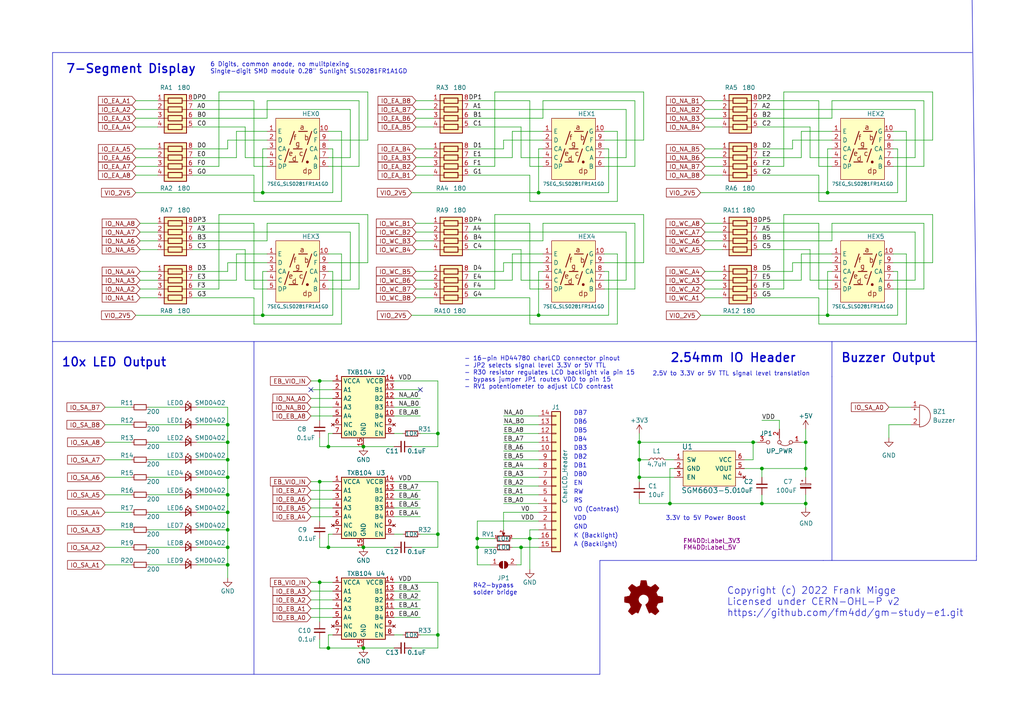
<source format=kicad_sch>
(kicad_sch (version 20230121) (generator eeschema)
  (paper "A4")
  (title_block (title "GateMate E1 Study Board - Output Signals") (date "2023-03-26"))
  (lib_symbols
    (symbol "7SEG_SLS0281FR1A1GD_1"
      (property "Reference" "HEX" (at 3.81 10.16 0))
      (property "Value" "7SEG_SLS0281FR1A1GD_1" (at 0 -15.24 0))
      (symbol "7SEG_SLS0281FR1A1GD_1_0_0"
        (text "a" (at 1.27 6.35 0) (effects (font (size 1.524 1.524))))
        (text "b" (at 2.54 3.3 0) (effects (font (size 1.524 1.524))))
        (text "c" (at 1 -1.27 0) (effects (font (size 1.524 1.524))))
        (text "d" (at -1 -2.794 0) (effects (font (size 1.524 1.524))))
        (text "dp" (at 2.794 -6.35 0) (effects (font (size 1.524 1.524))))
        (text "e" (at -2 -1.27 0) (effects (font (size 1.524 1.524))))
        (text "f" (at -0.8 3.3 0) (effects (font (size 1.524 1.524))))
        (text "g" (at 0 1.524 0) (effects (font (size 1.524 1.524))))
      )
      (symbol "7SEG_SLS0281FR1A1GD_1_1_1"
        (pin input line (at -8.89 5.08 0) (length 2.54) (name "E") (number "1"))
        (pin input line (at 8.89 5.08 180) (length 2.54) (name "G") (number "10"))
        (pin input line (at -8.89 2.54 0) (length 2.54) (name "D") (number "2"))
        (pin input line (at -8.89 0 0) (length 2.54) (name "CA") (number "3"))
        (pin input line (at -8.89 -2.54 0) (length 2.54) (name "C") (number "4"))
        (pin input line (at -8.89 -5.08 0) (length 2.54) (name "DP") (number "5"))
        (pin input line (at 8.89 -5.08 180) (length 2.54) (name "B") (number "6"))
        (pin input line (at 8.89 -2.54 180) (length 2.54) (name "A") (number "7"))
        (pin input line (at 8.89 0 180) (length 2.54) (name "CA") (number "8"))
        (pin input line (at 8.89 2.54 180) (length 2.54) (name "F") (number "9"))
      )
    )
    (symbol "7seg9-rescue:CP_Small-Device" (pin_numbers hide) (pin_names (offset 0.254) hide)
      (property "Reference" "C" (at 0.254 1.778 0))
      (property "Value" "CP_Small-Device" (at 0.254 -2.032 0))
      (symbol "CP_Small-Device_1_1"
        (pin passive line (at 0 2.54 270) (length 1.8542) (name "~") (number "1"))
        (pin passive line (at 0 -2.54 90) (length 1.8542) (name "~") (number "2"))
      )
    )
    (symbol "7seg9-rescue:SGM6603-5.0-01_FM4DD" (pin_names (offset 1.016))
      (property "Reference" "U1" (at -6.35 11.43 0))
      (property "Value" "SGM6603-5.0" (at 0 -1.27 0))
      (symbol "SGM6603-5.0-01_FM4DD_1_1"
        (pin input line (at -10.16 7.62 0) (length 2.54) (name "SW") (number "1"))
        (pin passive line (at -10.16 5.08 0) (length 2.54) (name "GND") (number "2"))
        (pin input line (at -10.16 2.54 0) (length 2.54) (name "EN") (number "3"))
        (pin no_connect line (at 10.16 2.54 180) (length 2.54) (name "NC") (number "4"))
        (pin power_out line (at 10.16 5.08 180) (length 2.54) (name "VOUT") (number "5"))
        (pin power_in line (at 10.16 7.62 180) (length 2.54) (name "VCC") (number "6"))
      )
    )
    (symbol "Device:Buzzer" (pin_names (offset 0.0254) hide)
      (property "Reference" "BZ" (at 3.81 1.27 0))
      (property "Value" "Buzzer" (at 3.81 -1.27 0))
      (symbol "Buzzer_1_1"
        (pin passive line (at -2.54 2.54 0) (length 2.54) (name "-") (number "1"))
        (pin passive line (at -2.54 -2.54 0) (length 2.54) (name "+") (number "2"))
      )
    )
    (symbol "Device:C_Small" (pin_numbers hide) (pin_names (offset 0.254) hide)
      (property "Reference" "C" (at 0.254 1.778 0))
      (property "Value" "C_Small" (at 0.254 -2.032 0))
      (symbol "C_Small_1_1"
        (pin passive line (at 0 2.54 270) (length 2.032) (name "~") (number "1"))
        (pin passive line (at 0 -2.54 90) (length 2.032) (name "~") (number "2"))
      )
    )
    (symbol "Device:LED_Small" (pin_numbers hide) (pin_names (offset 0.254) hide)
      (property "Reference" "D" (at -1.27 3.175 0))
      (property "Value" "LED_Small" (at -4.445 -2.54 0))
      (symbol "LED_Small_1_1"
        (pin passive line (at -2.54 0 0) (length 1.778) (name "K") (number "1"))
        (pin passive line (at 2.54 0 180) (length 1.778) (name "A") (number "2"))
      )
    )
    (symbol "Device:L_Small" (pin_numbers hide) (pin_names (offset 0.254) hide)
      (property "Reference" "L" (at 0.762 1.016 0))
      (property "Value" "L_Small" (at 0.762 -1.016 0))
      (symbol "L_Small_1_1"
        (pin passive line (at 0 2.54 270) (length 0.508) (name "~") (number "1"))
        (pin passive line (at 0 -2.54 90) (length 0.508) (name "~") (number "2"))
      )
    )
    (symbol "Device:R_Potentiometer_Small" (pin_names (offset 1.016) hide)
      (property "Reference" "RV" (at -4.445 0 90))
      (property "Value" "R_Potentiometer_Small" (at -2.54 0 90))
      (symbol "R_Potentiometer_Small_1_1"
        (pin passive line (at 0 2.54 270) (length 0.635) (name "1") (number "1"))
        (pin passive line (at 2.54 0 180) (length 0.9906) (name "2") (number "2"))
        (pin passive line (at 0 -2.54 90) (length 0.635) (name "3") (number "3"))
      )
    )
    (symbol "Device:R_Small" (pin_numbers hide) (pin_names (offset 0.254) hide)
      (property "Reference" "R" (at 0.762 0.508 0))
      (property "Value" "R_Small" (at 0.762 -1.016 0))
      (symbol "R_Small_1_1"
        (pin passive line (at 0 2.54 270) (length 0.762) (name "~") (number "1"))
        (pin passive line (at 0 -2.54 90) (length 0.762) (name "~") (number "2"))
      )
    )
    (symbol "FM4DD:CharLCD_Header" (pin_names (offset 1.016) hide)
      (property "Reference" "J1" (at -1.27 20.32 0))
      (property "Value" "CharLCD_Header" (at 2.54 -6.35 90))
      (symbol "CharLCD_Header_1_1"
        (pin passive line (at -5.08 -15.24 0) (length 3.81) (name "Pin_1") (number "1"))
        (pin passive line (at -5.08 7.62 0) (length 3.81) (name "Pin_10") (number "10"))
        (pin passive line (at -5.08 10.16 0) (length 3.81) (name "Pin_11") (number "11"))
        (pin passive line (at -5.08 12.7 0) (length 3.81) (name "Pin_12") (number "12"))
        (pin passive line (at -5.08 15.24 0) (length 3.81) (name "Pin_13") (number "13"))
        (pin passive line (at -5.08 17.78 0) (length 3.81) (name "Pin_14") (number "14"))
        (pin passive line (at -5.08 -20.32 0) (length 3.81) (name "Pin_15") (number "15"))
        (pin passive line (at -5.08 -17.78 0) (length 3.81) (name "Pin_16") (number "16"))
        (pin passive line (at -5.08 -12.7 0) (length 3.81) (name "Pin_2") (number "2"))
        (pin passive line (at -5.08 -10.16 0) (length 3.81) (name "Pin_3") (number "3"))
        (pin passive line (at -5.08 -7.62 0) (length 3.81) (name "Pin_4") (number "4"))
        (pin passive line (at -5.08 -5.08 0) (length 3.81) (name "Pin_5") (number "5"))
        (pin passive line (at -5.08 -2.54 0) (length 3.81) (name "Pin_6") (number "6"))
        (pin passive line (at -5.08 0 0) (length 3.81) (name "Pin_7") (number "7"))
        (pin passive line (at -5.08 2.54 0) (length 3.81) (name "Pin_8") (number "8"))
        (pin passive line (at -5.08 5.08 0) (length 3.81) (name "Pin_9") (number "9"))
      )
    )
    (symbol "FM4DD:LSF0204"
      (property "Reference" "U" (at -5.842 10.16 0))
      (property "Value" "LSF0204" (at 0 0.762 90))
      (symbol "LSF0204_1_1"
        (pin power_in line (at -8.89 7.62 0) (length 2.54) (name "VCCA") (number "1"))
        (pin bidirectional line (at 8.89 -2.54 180) (length 2.54) (name "B4") (number "10"))
        (pin bidirectional line (at 8.89 0 180) (length 2.54) (name "B3") (number "11"))
        (pin bidirectional line (at 8.89 2.54 180) (length 2.54) (name "B2") (number "12"))
        (pin bidirectional line (at 8.89 5.08 180) (length 2.54) (name "B1") (number "13"))
        (pin power_in line (at 8.89 7.62 180) (length 2.54) (name "VCCB") (number "14"))
        (pin power_in line (at 0 -11.43 90) (length 2.54) (name "GND") (number "15"))
        (pin bidirectional line (at -8.89 5.08 0) (length 2.54) (name "A1") (number "2"))
        (pin bidirectional line (at -8.89 2.54 0) (length 2.54) (name "A2") (number "3"))
        (pin bidirectional line (at -8.89 0 0) (length 2.54) (name "A3") (number "4"))
        (pin bidirectional line (at -8.89 -2.54 0) (length 2.54) (name "A4") (number "5"))
        (pin no_connect line (at -8.89 -5.08 0) (length 2.54) (name "NC") (number "6"))
        (pin power_in line (at -8.89 -7.62 0) (length 2.54) (name "GND") (number "7"))
        (pin input line (at 8.89 -7.62 180) (length 2.54) (name "EN") (number "8"))
        (pin no_connect line (at 8.89 -5.08 180) (length 2.54) (name "NC") (number "9"))
      )
    )
    (symbol "FM4DD:Label_3V3" (pin_numbers hide) (pin_names (offset 0) hide)
      (property "Footprint" "FM4DD:Label_3V3" (at 0 0 0))
    )
    (symbol "FM4DD:Label_5V" (pin_numbers hide) (pin_names (offset 0) hide)
      (property "Footprint" "FM4DD:Label_5V" (at 0 0 0))
    )
    (symbol "Graphic:Logo_Open_Hardware_Small" (pin_names (offset 1.016)))
    (symbol "Jumper:Jumper_3_Bridged12" (pin_names (offset 0) hide)
      (property "Reference" "JP" (at -2.54 -2.54 0))
      (property "Value" "Jumper_3_Bridged12" (at 0 2.794 0))
      (symbol "Jumper_3_Bridged12_1_1"
        (pin passive line (at -6.35 0 0) (length 2.54) (name "A") (number "1"))
        (pin passive line (at 0 -3.81 90) (length 2.54) (name "C") (number "2"))
        (pin passive line (at 6.35 0 180) (length 2.54) (name "B") (number "3"))
      )
    )
    (symbol "Jumper:SolderJumper_2_Open" (pin_names (offset 0) hide)
      (property "Reference" "JP" (at 0 2.032 0))
      (property "Value" "SolderJumper_2_Open" (at 0 -2.54 0))
      (symbol "SolderJumper_2_Open_1_1"
        (pin passive line (at -3.81 0 0) (length 2.54) (name "A") (number "1"))
        (pin passive line (at 3.81 0 180) (length 2.54) (name "B") (number "2"))
      )
    )
    (symbol "LSF0204_1"
      (property "Reference" "U" (at -5.842 10.16 0))
      (property "Value" "LSF0204_1" (at 0 0.762 90))
      (symbol "LSF0204_1_1_1"
        (pin power_in line (at -8.89 7.62 0) (length 2.54) (name "VCCA") (number "1"))
        (pin bidirectional line (at 8.89 -2.54 180) (length 2.54) (name "B4") (number "10"))
        (pin bidirectional line (at 8.89 0 180) (length 2.54) (name "B3") (number "11"))
        (pin bidirectional line (at 8.89 2.54 180) (length 2.54) (name "B2") (number "12"))
        (pin bidirectional line (at 8.89 5.08 180) (length 2.54) (name "B1") (number "13"))
        (pin power_in line (at 8.89 7.62 180) (length 2.54) (name "VCCB") (number "14"))
        (pin power_in line (at 0 -11.43 90) (length 2.54) (name "GND") (number "15"))
        (pin bidirectional line (at -8.89 5.08 0) (length 2.54) (name "A1") (number "2"))
        (pin bidirectional line (at -8.89 2.54 0) (length 2.54) (name "A2") (number "3"))
        (pin bidirectional line (at -8.89 0 0) (length 2.54) (name "A3") (number "4"))
        (pin bidirectional line (at -8.89 -2.54 0) (length 2.54) (name "A4") (number "5"))
        (pin no_connect line (at -8.89 -5.08 0) (length 2.54) (name "NC") (number "6"))
        (pin power_in line (at -8.89 -7.62 0) (length 2.54) (name "GND") (number "7"))
        (pin input line (at 8.89 -7.62 180) (length 2.54) (name "EN") (number "8"))
        (pin no_connect line (at 8.89 -5.08 180) (length 2.54) (name "NC") (number "9"))
      )
    )
    (symbol "LSF0204_2"
      (property "Reference" "U" (at -5.842 10.16 0))
      (property "Value" "LSF0204_2" (at 0 0.762 90))
      (symbol "LSF0204_2_1_1"
        (pin power_in line (at -8.89 7.62 0) (length 2.54) (name "VCCA") (number "1"))
        (pin bidirectional line (at 8.89 -2.54 180) (length 2.54) (name "B4") (number "10"))
        (pin bidirectional line (at 8.89 0 180) (length 2.54) (name "B3") (number "11"))
        (pin bidirectional line (at 8.89 2.54 180) (length 2.54) (name "B2") (number "12"))
        (pin bidirectional line (at 8.89 5.08 180) (length 2.54) (name "B1") (number "13"))
        (pin power_in line (at 8.89 7.62 180) (length 2.54) (name "VCCB") (number "14"))
        (pin power_in line (at 0 -11.43 90) (length 2.54) (name "GND") (number "15"))
        (pin bidirectional line (at -8.89 5.08 0) (length 2.54) (name "A1") (number "2"))
        (pin bidirectional line (at -8.89 2.54 0) (length 2.54) (name "A2") (number "3"))
        (pin bidirectional line (at -8.89 0 0) (length 2.54) (name "A3") (number "4"))
        (pin bidirectional line (at -8.89 -2.54 0) (length 2.54) (name "A4") (number "5"))
        (pin no_connect line (at -8.89 -5.08 0) (length 2.54) (name "NC") (number "6"))
        (pin power_in line (at -8.89 -7.62 0) (length 2.54) (name "GND") (number "7"))
        (pin input line (at 8.89 -7.62 180) (length 2.54) (name "EN") (number "8"))
        (pin no_connect line (at 8.89 -5.08 180) (length 2.54) (name "NC") (number "9"))
      )
    )
    (symbol "R_Array_04_1" (pin_names (offset 0) hide)
      (property "Reference" "RA" (at 0 7.366 0))
      (property "Value" "R_Array_04_1" (at 0 -10.16 0))
      (symbol "R_Array_04_1_1_1"
        (pin passive line (at -5.08 3.81 0) (length 1.27) (name "R1") (number "1"))
        (pin passive line (at -5.08 1.27 0) (length 1.27) (name "R2") (number "2"))
        (pin passive line (at -5.08 -1.27 0) (length 1.27) (name "R3") (number "3"))
        (pin passive line (at -5.08 -3.81 0) (length 1.27) (name "R4") (number "4"))
        (pin passive line (at 5.08 -3.81 180) (length 1.27) (name "R4") (number "5"))
        (pin passive line (at 5.08 -1.27 180) (length 1.27) (name "R3") (number "6"))
        (pin passive line (at 5.08 1.27 180) (length 1.27) (name "R2") (number "7"))
        (pin passive line (at 5.08 3.81 180) (length 1.27) (name "R1") (number "8"))
      )
    )
    (symbol "R_Array_04_2" (pin_names (offset 0) hide)
      (property "Reference" "RA" (at 0 7.366 0))
      (property "Value" "R_Array_04_2" (at 0 -10.16 0))
      (symbol "R_Array_04_2_1_1"
        (pin passive line (at -5.08 3.81 0) (length 1.27) (name "R1") (number "1"))
        (pin passive line (at -5.08 1.27 0) (length 1.27) (name "R2") (number "2"))
        (pin passive line (at -5.08 -1.27 0) (length 1.27) (name "R3") (number "3"))
        (pin passive line (at -5.08 -3.81 0) (length 1.27) (name "R4") (number "4"))
        (pin passive line (at 5.08 -3.81 180) (length 1.27) (name "R4") (number "5"))
        (pin passive line (at 5.08 -1.27 180) (length 1.27) (name "R3") (number "6"))
        (pin passive line (at 5.08 1.27 180) (length 1.27) (name "R2") (number "7"))
        (pin passive line (at 5.08 3.81 180) (length 1.27) (name "R1") (number "8"))
      )
    )
    (symbol "power:+3V3" (power) (pin_names (offset 0))
      (property "Value" "+3V3" (at 0 3.556 0))
      (symbol "+3V3_1_1"
        (pin power_in line (at 0 0 90) (length 0) hide (name "+3V3") (number "1"))
      )
    )
    (symbol "power:+5V" (power) (pin_names (offset 0))
      (property "Value" "+5V" (at 0 3.556 0))
      (symbol "+5V_1_1"
        (pin power_in line (at 0 0 90) (length 0) hide (name "+5V") (number "1"))
      )
    )
    (symbol "power:GND" (power) (pin_names (offset 0))
      (property "Value" "GND" (at 0 -3.81 0))
      (symbol "GND_1_1"
        (pin power_in line (at 0 0 270) (length 0) hide (name "GND") (number "1"))
      )
    )
  )
  (junction (at 138.43 156.21))
  (junction (at 233.68 135.89))
  (junction (at 233.68 146.05))
  (junction (at 185.42 128.27))
  (junction (at 233.68 128.27))
  (junction (at 66.04 123.19))
  (junction (at 92.71 168.91))
  (junction (at 220.98 135.89))
  (junction (at 138.43 158.75))
  (junction (at 105.41 158.75))
  (junction (at 66.04 153.67))
  (junction (at 218.44 128.27))
  (junction (at 95.25 129.54))
  (junction (at 66.04 163.83))
  (junction (at 153.67 156.21))
  (junction (at 240.03 55.88))
  (junction (at 92.71 110.49))
  (junction (at 105.41 187.96))
  (junction (at 151.13 158.75))
  (junction (at 185.42 133.35))
  (junction (at 185.42 138.43))
  (junction (at 220.98 146.05))
  (junction (at 92.71 139.7))
  (junction (at 156.21 55.88))
  (junction (at 127 154.94))
  (junction (at 127 125.73))
  (junction (at 76.2 55.88))
  (junction (at 127 184.15))
  (junction (at 66.04 133.35))
  (junction (at 66.04 143.51))
  (junction (at 66.04 158.75))
  (junction (at 194.31 146.05))
  (junction (at 95.25 187.96))
  (junction (at 95.25 158.75))
  (junction (at 66.04 128.27))
  (junction (at 76.2 91.44))
  (junction (at 66.04 148.59))
  (junction (at 156.21 91.44))
  (junction (at 240.03 91.44))
  (junction (at 105.41 129.54))
  (junction (at 66.04 138.43))
  (no_connect (at 121.92 113.03))
  (no_connect (at 90.17 113.03))
  (wire (pts (xy 114.3 120.65) (xy 121.92 120.65)))
  (wire (pts (xy 96.52 43.18) (xy 96.52 55.88)))
  (wire (pts (xy 270.51 26.67) (xy 270.51 40.64)))
  (wire (pts (xy 148.59 45.72) (xy 148.59 38.1)))
  (wire (pts (xy 55.88 81.28) (xy 68.58 81.28)))
  (wire (pts (xy 185.42 144.78) (xy 185.42 146.05)))
  (wire (pts (xy 106.68 62.23) (xy 106.68 76.2)))
  (wire (pts (xy 76.2 55.88) (xy 76.2 43.18)))
  (wire (pts (xy 71.12 36.83) (xy 71.12 45.72)))
  (wire (pts (xy 57.15 153.67) (xy 66.04 153.67)))
  (wire (pts (xy 39.37 48.26) (xy 45.72 48.26)))
  (wire (pts (xy 241.3 29.21) (xy 267.97 29.21)))
  (wire (pts (xy 194.31 135.89) (xy 194.31 146.05)))
  (wire (pts (xy 237.49 50.8) (xy 219.71 50.8)))
  (wire (pts (xy 204.47 69.85) (xy 209.55 69.85)))
  (wire (pts (xy 121.92 125.73) (xy 127 125.73)))
  (wire (pts (xy 73.66 50.8) (xy 55.88 50.8)))
  (wire (pts (xy 92.71 127) (xy 92.71 129.54)))
  (polyline (pts (xy 241.3 99.06) (xy 241.3 109.22)))
  (polyline (pts (xy 173.99 162.56) (xy 238.76 162.56)))
  (wire (pts (xy 77.47 29.21) (xy 104.14 29.21)))
  (wire (pts (xy 153.67 86.36) (xy 153.67 93.98)))
  (wire (pts (xy 237.49 93.98) (xy 262.89 93.98)))
  (wire (pts (xy 95.25 129.54) (xy 105.41 129.54)))
  (wire (pts (xy 120.65 43.18) (xy 125.73 43.18)))
  (wire (pts (xy 55.88 43.18) (xy 66.04 43.18)))
  (wire (pts (xy 105.41 129.54) (xy 114.3 129.54)))
  (wire (pts (xy 262.89 38.1) (xy 259.08 38.1)))
  (wire (pts (xy 153.67 156.21) (xy 156.21 156.21)))
  (wire (pts (xy 40.64 83.82) (xy 45.72 83.82)))
  (wire (pts (xy 101.6 67.31) (xy 101.6 81.28)))
  (wire (pts (xy 57.15 133.35) (xy 66.04 133.35)))
  (wire (pts (xy 232.41 38.1) (xy 241.3 38.1)))
  (wire (pts (xy 68.58 45.72) (xy 68.58 38.1)))
  (wire (pts (xy 135.89 81.28) (xy 148.59 81.28)))
  (wire (pts (xy 55.88 69.85) (xy 77.47 69.85)))
  (wire (pts (xy 92.71 156.21) (xy 92.71 158.75)))
  (wire (pts (xy 57.15 128.27) (xy 66.04 128.27)))
  (wire (pts (xy 104.14 83.82) (xy 95.25 83.82)))
  (wire (pts (xy 138.43 158.75) (xy 138.43 163.83)))
  (wire (pts (xy 143.51 26.67) (xy 186.69 26.67)))
  (wire (pts (xy 120.65 31.75) (xy 125.73 31.75)))
  (wire (pts (xy 127 110.49) (xy 127 125.73)))
  (wire (pts (xy 96.52 173.99) (xy 90.17 173.99)))
  (wire (pts (xy 135.89 83.82) (xy 143.51 83.82)))
  (wire (pts (xy 99.06 73.66) (xy 95.25 73.66)))
  (wire (pts (xy 151.13 72.39) (xy 151.13 81.28)))
  (wire (pts (xy 66.04 128.27) (xy 66.04 133.35)))
  (wire (pts (xy 195.58 133.35) (xy 193.04 133.35)))
  (wire (pts (xy 146.05 135.89) (xy 156.21 135.89)))
  (wire (pts (xy 215.9 133.35) (xy 218.44 133.35)))
  (wire (pts (xy 227.33 48.26) (xy 227.33 26.67)))
  (wire (pts (xy 204.47 67.31) (xy 209.55 67.31)))
  (wire (pts (xy 120.65 69.85) (xy 125.73 69.85)))
  (wire (pts (xy 116.84 184.15) (xy 114.3 184.15)))
  (wire (pts (xy 240.03 55.88) (xy 240.03 43.18)))
  (wire (pts (xy 135.89 69.85) (xy 157.48 69.85)))
  (wire (pts (xy 66.04 78.74) (xy 66.04 76.2)))
  (wire (pts (xy 120.65 34.29) (xy 125.73 34.29)))
  (wire (pts (xy 96.52 43.18) (xy 95.25 43.18)))
  (wire (pts (xy 227.33 62.23) (xy 270.51 62.23)))
  (wire (pts (xy 99.06 93.98) (xy 99.06 73.66)))
  (wire (pts (xy 73.66 86.36) (xy 73.66 93.98)))
  (wire (pts (xy 204.47 81.28) (xy 209.55 81.28)))
  (wire (pts (xy 43.18 133.35) (xy 52.07 133.35)))
  (wire (pts (xy 181.61 31.75) (xy 135.89 31.75)))
  (wire (pts (xy 39.37 36.83) (xy 45.72 36.83)))
  (wire (pts (xy 40.64 72.39) (xy 45.72 72.39)))
  (wire (pts (xy 232.41 73.66) (xy 241.3 73.66)))
  (wire (pts (xy 119.38 187.96) (xy 127 187.96)))
  (wire (pts (xy 66.04 138.43) (xy 66.04 143.51)))
  (wire (pts (xy 92.71 168.91) (xy 96.52 168.91)))
  (wire (pts (xy 55.88 45.72) (xy 68.58 45.72)))
  (wire (pts (xy 66.04 123.19) (xy 66.04 128.27)))
  (wire (pts (xy 30.48 158.75) (xy 38.1 158.75)))
  (wire (pts (xy 96.52 125.73) (xy 95.25 125.73)))
  (wire (pts (xy 267.97 48.26) (xy 259.08 48.26)))
  (wire (pts (xy 30.48 163.83) (xy 38.1 163.83)))
  (wire (pts (xy 40.64 64.77) (xy 45.72 64.77)))
  (wire (pts (xy 265.43 31.75) (xy 265.43 45.72)))
  (wire (pts (xy 218.44 133.35) (xy 218.44 128.27)))
  (wire (pts (xy 146.05 130.81) (xy 156.21 130.81)))
  (wire (pts (xy 135.89 36.83) (xy 151.13 36.83)))
  (wire (pts (xy 204.47 36.83) (xy 209.55 36.83)))
  (wire (pts (xy 146.05 133.35) (xy 156.21 133.35)))
  (wire (pts (xy 71.12 45.72) (xy 77.47 45.72)))
  (wire (pts (xy 184.15 83.82) (xy 175.26 83.82)))
  (wire (pts (xy 96.52 147.32) (xy 90.17 147.32)))
  (wire (pts (xy 220.98 135.89) (xy 233.68 135.89)))
  (wire (pts (xy 219.71 36.83) (xy 234.95 36.83)))
  (wire (pts (xy 92.71 110.49) (xy 92.71 121.92)))
  (wire (pts (xy 175.26 45.72) (xy 181.61 45.72)))
  (wire (pts (xy 66.04 158.75) (xy 66.04 163.83)))
  (wire (pts (xy 232.41 128.27) (xy 233.68 128.27)))
  (wire (pts (xy 63.5 62.23) (xy 106.68 62.23)))
  (wire (pts (xy 237.49 48.26) (xy 241.3 48.26)))
  (wire (pts (xy 99.06 58.42) (xy 99.06 38.1)))
  (wire (pts (xy 240.03 43.18) (xy 241.3 43.18)))
  (wire (pts (xy 92.71 139.7) (xy 96.52 139.7)))
  (wire (pts (xy 114.3 144.78) (xy 121.92 144.78)))
  (wire (pts (xy 204.47 45.72) (xy 209.55 45.72)))
  (wire (pts (xy 127 139.7) (xy 127 154.94)))
  (wire (pts (xy 184.15 29.21) (xy 184.15 48.26)))
  (wire (pts (xy 39.37 43.18) (xy 45.72 43.18)))
  (wire (pts (xy 90.17 139.7) (xy 92.71 139.7)))
  (wire (pts (xy 179.07 38.1) (xy 175.26 38.1)))
  (wire (pts (xy 227.33 83.82) (xy 227.33 62.23)))
  (wire (pts (xy 204.47 83.82) (xy 209.55 83.82)))
  (wire (pts (xy 185.42 128.27) (xy 185.42 133.35)))
  (wire (pts (xy 101.6 31.75) (xy 101.6 45.72)))
  (wire (pts (xy 95.25 125.73) (xy 95.25 129.54)))
  (wire (pts (xy 114.3 149.86) (xy 121.92 149.86)))
  (wire (pts (xy 219.71 78.74) (xy 229.87 78.74)))
  (wire (pts (xy 73.66 29.21) (xy 73.66 48.26)))
  (wire (pts (xy 55.88 64.77) (xy 73.66 64.77)))
  (wire (pts (xy 127 129.54) (xy 127 125.73)))
  (wire (pts (xy 63.5 83.82) (xy 63.5 62.23)))
  (wire (pts (xy 156.21 55.88) (xy 156.21 43.18)))
  (wire (pts (xy 66.04 143.51) (xy 66.04 148.59)))
  (wire (pts (xy 57.15 158.75) (xy 66.04 158.75)))
  (wire (pts (xy 260.35 43.18) (xy 260.35 55.88)))
  (wire (pts (xy 219.71 34.29) (xy 241.3 34.29)))
  (wire (pts (xy 57.15 148.59) (xy 66.04 148.59)))
  (wire (pts (xy 184.15 64.77) (xy 184.15 83.82)))
  (polyline (pts (xy 281.94 15.24) (xy 15.24 15.24)))
  (wire (pts (xy 204.47 34.29) (xy 209.55 34.29)))
  (wire (pts (xy 138.43 156.21) (xy 138.43 158.75)))
  (wire (pts (xy 138.43 158.75) (xy 143.51 158.75)))
  (wire (pts (xy 240.03 55.88) (xy 260.35 55.88)))
  (wire (pts (xy 120.65 86.36) (xy 125.73 86.36)))
  (wire (pts (xy 153.67 29.21) (xy 153.67 48.26)))
  (wire (pts (xy 39.37 45.72) (xy 45.72 45.72)))
  (wire (pts (xy 76.2 91.44) (xy 96.52 91.44)))
  (wire (pts (xy 135.89 45.72) (xy 148.59 45.72)))
  (wire (pts (xy 204.47 78.74) (xy 209.55 78.74)))
  (wire (pts (xy 151.13 163.83) (xy 151.13 158.75)))
  (wire (pts (xy 219.71 64.77) (xy 237.49 64.77)))
  (wire (pts (xy 240.03 91.44) (xy 240.03 78.74)))
  (wire (pts (xy 153.67 64.77) (xy 153.67 83.82)))
  (wire (pts (xy 264.16 123.19) (xy 257.81 123.19)))
  (wire (pts (xy 220.98 146.05) (xy 233.68 146.05)))
  (wire (pts (xy 184.15 48.26) (xy 175.26 48.26)))
  (wire (pts (xy 220.98 138.43) (xy 220.98 135.89)))
  (polyline (pts (xy 281.94 -1.27) (xy 283.21 99.06)))
  (wire (pts (xy 121.92 154.94) (xy 127 154.94)))
  (wire (pts (xy 146.05 140.97) (xy 156.21 140.97)))
  (wire (pts (xy 176.53 43.18) (xy 176.53 55.88)))
  (wire (pts (xy 135.89 64.77) (xy 153.67 64.77)))
  (wire (pts (xy 114.3 147.32) (xy 121.92 147.32)))
  (wire (pts (xy 30.48 143.51) (xy 38.1 143.51)))
  (wire (pts (xy 157.48 69.85) (xy 157.48 64.77)))
  (wire (pts (xy 90.17 168.91) (xy 92.71 168.91)))
  (wire (pts (xy 106.68 40.64) (xy 95.25 40.64)))
  (wire (pts (xy 146.05 143.51) (xy 156.21 143.51)))
  (wire (pts (xy 219.71 81.28) (xy 232.41 81.28)))
  (wire (pts (xy 43.18 158.75) (xy 52.07 158.75)))
  (wire (pts (xy 114.3 168.91) (xy 127 168.91)))
  (wire (pts (xy 99.06 38.1) (xy 95.25 38.1)))
  (wire (pts (xy 262.89 58.42) (xy 262.89 38.1)))
  (wire (pts (xy 146.05 125.73) (xy 156.21 125.73)))
  (wire (pts (xy 39.37 55.88) (xy 76.2 55.88)))
  (wire (pts (xy 179.07 93.98) (xy 179.07 73.66)))
  (polyline (pts (xy 15.24 15.24) (xy 15.24 99.06)))
  (wire (pts (xy 237.49 29.21) (xy 237.49 48.26)))
  (wire (pts (xy 267.97 64.77) (xy 267.97 83.82)))
  (wire (pts (xy 179.07 58.42) (xy 179.07 38.1)))
  (wire (pts (xy 43.18 118.11) (xy 52.07 118.11)))
  (wire (pts (xy 76.2 43.18) (xy 77.47 43.18)))
  (wire (pts (xy 114.3 179.07) (xy 121.92 179.07)))
  (wire (pts (xy 39.37 34.29) (xy 45.72 34.29)))
  (wire (pts (xy 55.88 48.26) (xy 63.5 48.26)))
  (wire (pts (xy 96.52 78.74) (xy 95.25 78.74)))
  (wire (pts (xy 66.04 118.11) (xy 66.04 123.19)))
  (wire (pts (xy 146.05 120.65) (xy 156.21 120.65)))
  (wire (pts (xy 57.15 118.11) (xy 66.04 118.11)))
  (polyline (pts (xy 73.66 195.58) (xy 73.66 99.06)))
  (wire (pts (xy 40.64 81.28) (xy 45.72 81.28)))
  (wire (pts (xy 120.65 81.28) (xy 125.73 81.28)))
  (wire (pts (xy 151.13 81.28) (xy 157.48 81.28)))
  (wire (pts (xy 57.15 163.83) (xy 66.04 163.83)))
  (wire (pts (xy 229.87 76.2) (xy 241.3 76.2)))
  (wire (pts (xy 229.87 40.64) (xy 241.3 40.64)))
  (wire (pts (xy 267.97 29.21) (xy 267.97 48.26)))
  (wire (pts (xy 204.47 72.39) (xy 209.55 72.39)))
  (wire (pts (xy 227.33 26.67) (xy 270.51 26.67)))
  (wire (pts (xy 156.21 91.44) (xy 156.21 78.74)))
  (wire (pts (xy 185.42 146.05) (xy 194.31 146.05)))
  (wire (pts (xy 219.71 48.26) (xy 227.33 48.26)))
  (wire (pts (xy 186.69 26.67) (xy 186.69 40.64)))
  (wire (pts (xy 156.21 78.74) (xy 157.48 78.74)))
  (wire (pts (xy 55.88 29.21) (xy 73.66 29.21)))
  (wire (pts (xy 73.66 93.98) (xy 99.06 93.98)))
  (wire (pts (xy 73.66 86.36) (xy 55.88 86.36)))
  (wire (pts (xy 237.49 86.36) (xy 237.49 93.98)))
  (wire (pts (xy 203.2 55.88) (xy 240.03 55.88)))
  (wire (pts (xy 241.3 64.77) (xy 267.97 64.77)))
  (wire (pts (xy 267.97 83.82) (xy 259.08 83.82)))
  (polyline (pts (xy 283.21 161.29) (xy 283.21 162.56)))
  (wire (pts (xy 68.58 73.66) (xy 77.47 73.66)))
  (polyline (pts (xy 283.21 161.29) (xy 283.21 99.06)))
  (wire (pts (xy 101.6 31.75) (xy 55.88 31.75)))
  (wire (pts (xy 121.92 184.15) (xy 127 184.15)))
  (wire (pts (xy 71.12 72.39) (xy 71.12 81.28)))
  (wire (pts (xy 215.9 135.89) (xy 220.98 135.89)))
  (polyline (pts (xy 15.24 99.06) (xy 15.24 195.58)))
  (wire (pts (xy 135.89 48.26) (xy 143.51 48.26)))
  (wire (pts (xy 92.71 158.75) (xy 95.25 158.75)))
  (wire (pts (xy 68.58 38.1) (xy 77.47 38.1)))
  (wire (pts (xy 43.18 163.83) (xy 52.07 163.83)))
  (polyline (pts (xy 15.24 195.58) (xy 73.66 195.58)))
  (wire (pts (xy 92.71 185.42) (xy 92.71 187.96)))
  (wire (pts (xy 204.47 50.8) (xy 209.55 50.8)))
  (wire (pts (xy 153.67 50.8) (xy 153.67 58.42)))
  (wire (pts (xy 66.04 43.18) (xy 66.04 40.64)))
  (wire (pts (xy 257.81 123.19) (xy 257.81 127)))
  (wire (pts (xy 146.05 146.05) (xy 156.21 146.05)))
  (wire (pts (xy 157.48 64.77) (xy 184.15 64.77)))
  (wire (pts (xy 96.52 154.94) (xy 95.25 154.94)))
  (wire (pts (xy 270.51 76.2) (xy 259.08 76.2)))
  (wire (pts (xy 175.26 81.28) (xy 181.61 81.28)))
  (wire (pts (xy 96.52 120.65) (xy 90.17 120.65)))
  (wire (pts (xy 114.3 125.73) (xy 116.84 125.73)))
  (wire (pts (xy 138.43 163.83) (xy 142.24 163.83)))
  (wire (pts (xy 77.47 64.77) (xy 104.14 64.77)))
  (wire (pts (xy 119.38 55.88) (xy 156.21 55.88)))
  (wire (pts (xy 66.04 153.67) (xy 66.04 158.75)))
  (wire (pts (xy 148.59 38.1) (xy 157.48 38.1)))
  (wire (pts (xy 114.3 154.94) (xy 116.84 154.94)))
  (wire (pts (xy 77.47 34.29) (xy 77.47 29.21)))
  (wire (pts (xy 195.58 135.89) (xy 194.31 135.89)))
  (wire (pts (xy 153.67 153.67) (xy 153.67 156.21)))
  (wire (pts (xy 120.65 36.83) (xy 125.73 36.83)))
  (wire (pts (xy 204.47 43.18) (xy 209.55 43.18)))
  (wire (pts (xy 237.49 58.42) (xy 262.89 58.42)))
  (wire (pts (xy 138.43 151.13) (xy 138.43 156.21)))
  (wire (pts (xy 153.67 83.82) (xy 157.48 83.82)))
  (wire (pts (xy 153.67 153.67) (xy 156.21 153.67)))
  (wire (pts (xy 101.6 67.31) (xy 55.88 67.31)))
  (polyline (pts (xy 15.24 99.06) (xy 283.21 99.06)))
  (wire (pts (xy 73.66 50.8) (xy 73.66 58.42)))
  (wire (pts (xy 43.18 138.43) (xy 52.07 138.43)))
  (wire (pts (xy 92.71 187.96) (xy 95.25 187.96)))
  (wire (pts (xy 233.68 124.46) (xy 233.68 128.27)))
  (wire (pts (xy 135.89 78.74) (xy 146.05 78.74)))
  (wire (pts (xy 39.37 31.75) (xy 45.72 31.75)))
  (wire (pts (xy 233.68 128.27) (xy 233.68 135.89)))
  (wire (pts (xy 120.65 83.82) (xy 125.73 83.82)))
  (wire (pts (xy 92.71 129.54) (xy 95.25 129.54)))
  (wire (pts (xy 146.05 148.59) (xy 156.21 148.59)))
  (wire (pts (xy 151.13 158.75) (xy 156.21 158.75)))
  (wire (pts (xy 57.15 138.43) (xy 66.04 138.43)))
  (wire (pts (xy 233.68 135.89) (xy 233.68 138.43)))
  (wire (pts (xy 241.3 34.29) (xy 241.3 29.21)))
  (wire (pts (xy 120.65 50.8) (xy 125.73 50.8)))
  (wire (pts (xy 185.42 138.43) (xy 185.42 139.7)))
  (wire (pts (xy 151.13 36.83) (xy 151.13 45.72)))
  (wire (pts (xy 40.64 67.31) (xy 45.72 67.31)))
  (wire (pts (xy 76.2 78.74) (xy 77.47 78.74)))
  (wire (pts (xy 63.5 26.67) (xy 106.68 26.67)))
  (wire (pts (xy 176.53 78.74) (xy 175.26 78.74)))
  (wire (pts (xy 219.71 45.72) (xy 232.41 45.72)))
  (wire (pts (xy 95.25 158.75) (xy 95.25 154.94)))
  (wire (pts (xy 241.3 69.85) (xy 241.3 64.77)))
  (wire (pts (xy 106.68 26.67) (xy 106.68 40.64)))
  (wire (pts (xy 55.88 83.82) (xy 63.5 83.82)))
  (wire (pts (xy 257.81 118.11) (xy 264.16 118.11)))
  (wire (pts (xy 127 158.75) (xy 127 154.94)))
  (wire (pts (xy 135.89 29.21) (xy 153.67 29.21)))
  (wire (pts (xy 55.88 36.83) (xy 71.12 36.83)))
  (wire (pts (xy 39.37 91.44) (xy 76.2 91.44)))
  (wire (pts (xy 63.5 48.26) (xy 63.5 26.67)))
  (wire (pts (xy 146.05 78.74) (xy 146.05 76.2)))
  (wire (pts (xy 181.61 67.31) (xy 181.61 81.28)))
  (wire (pts (xy 66.04 40.64) (xy 77.47 40.64)))
  (wire (pts (xy 66.04 163.83) (xy 66.04 167.64)))
  (wire (pts (xy 185.42 133.35) (xy 187.96 133.35)))
  (wire (pts (xy 73.66 48.26) (xy 77.47 48.26)))
  (wire (pts (xy 234.95 36.83) (xy 234.95 45.72)))
  (wire (pts (xy 176.53 43.18) (xy 175.26 43.18)))
  (wire (pts (xy 156.21 91.44) (xy 176.53 91.44)))
  (wire (pts (xy 181.61 31.75) (xy 181.61 45.72)))
  (wire (pts (xy 39.37 29.21) (xy 45.72 29.21)))
  (wire (pts (xy 265.43 67.31) (xy 219.71 67.31)))
  (wire (pts (xy 66.04 133.35) (xy 66.04 138.43)))
  (wire (pts (xy 114.3 176.53) (xy 121.92 176.53)))
  (wire (pts (xy 90.17 110.49) (xy 92.71 110.49)))
  (wire (pts (xy 120.65 29.21) (xy 125.73 29.21)))
  (wire (pts (xy 270.51 62.23) (xy 270.51 76.2)))
  (wire (pts (xy 30.48 153.67) (xy 38.1 153.67)))
  (wire (pts (xy 30.48 128.27) (xy 38.1 128.27)))
  (wire (pts (xy 229.87 78.74) (xy 229.87 76.2)))
  (wire (pts (xy 104.14 48.26) (xy 95.25 48.26)))
  (wire (pts (xy 120.65 64.77) (xy 125.73 64.77)))
  (wire (pts (xy 96.52 149.86) (xy 90.17 149.86)))
  (wire (pts (xy 43.18 148.59) (xy 52.07 148.59)))
  (wire (pts (xy 153.67 50.8) (xy 135.89 50.8)))
  (wire (pts (xy 55.88 34.29) (xy 77.47 34.29)))
  (wire (pts (xy 114.3 115.57) (xy 121.92 115.57)))
  (wire (pts (xy 153.67 86.36) (xy 135.89 86.36)))
  (wire (pts (xy 39.37 50.8) (xy 45.72 50.8)))
  (wire (pts (xy 186.69 40.64) (xy 175.26 40.64)))
  (wire (pts (xy 204.47 31.75) (xy 209.55 31.75)))
  (wire (pts (xy 30.48 138.43) (xy 38.1 138.43)))
  (wire (pts (xy 55.88 78.74) (xy 66.04 78.74)))
  (wire (pts (xy 146.05 76.2) (xy 157.48 76.2)))
  (wire (pts (xy 237.49 64.77) (xy 237.49 83.82)))
  (wire (pts (xy 259.08 81.28) (xy 265.43 81.28)))
  (wire (pts (xy 146.05 123.19) (xy 156.21 123.19)))
  (wire (pts (xy 73.66 83.82) (xy 77.47 83.82)))
  (wire (pts (xy 185.42 133.35) (xy 185.42 138.43)))
  (polyline (pts (xy 241.3 162.56) (xy 241.3 109.22)))
  (wire (pts (xy 68.58 81.28) (xy 68.58 73.66)))
  (wire (pts (xy 119.38 129.54) (xy 127 129.54)))
  (wire (pts (xy 260.35 78.74) (xy 259.08 78.74)))
  (wire (pts (xy 156.21 43.18) (xy 157.48 43.18)))
  (wire (pts (xy 114.3 142.24) (xy 121.92 142.24)))
  (wire (pts (xy 114.3 173.99) (xy 121.92 173.99)))
  (wire (pts (xy 232.41 45.72) (xy 232.41 38.1)))
  (wire (pts (xy 57.15 123.19) (xy 66.04 123.19)))
  (wire (pts (xy 96.52 179.07) (xy 90.17 179.07)))
  (wire (pts (xy 270.51 40.64) (xy 259.08 40.64)))
  (wire (pts (xy 92.71 139.7) (xy 92.71 151.13)))
  (wire (pts (xy 148.59 158.75) (xy 151.13 158.75)))
  (wire (pts (xy 265.43 31.75) (xy 219.71 31.75)))
  (wire (pts (xy 114.3 118.11) (xy 121.92 118.11)))
  (wire (pts (xy 186.69 76.2) (xy 175.26 76.2)))
  (wire (pts (xy 30.48 123.19) (xy 38.1 123.19)))
  (wire (pts (xy 135.89 43.18) (xy 146.05 43.18)))
  (wire (pts (xy 260.35 43.18) (xy 259.08 43.18)))
  (wire (pts (xy 114.3 171.45) (xy 121.92 171.45)))
  (polyline (pts (xy 238.76 162.56) (xy 283.21 162.56)))
  (wire (pts (xy 240.03 91.44) (xy 260.35 91.44)))
  (wire (pts (xy 96.52 113.03) (xy 90.17 113.03)))
  (wire (pts (xy 265.43 67.31) (xy 265.43 81.28)))
  (wire (pts (xy 219.71 128.27) (xy 218.44 128.27)))
  (wire (pts (xy 143.51 83.82) (xy 143.51 62.23)))
  (wire (pts (xy 120.65 72.39) (xy 125.73 72.39)))
  (wire (pts (xy 114.3 113.03) (xy 121.92 113.03)))
  (wire (pts (xy 226.06 121.92) (xy 226.06 124.46)))
  (polyline (pts (xy 73.66 195.58) (xy 173.99 195.58)))
  (wire (pts (xy 233.68 143.51) (xy 233.68 146.05)))
  (wire (pts (xy 233.68 146.05) (xy 233.68 147.32)))
  (wire (pts (xy 120.65 78.74) (xy 125.73 78.74)))
  (wire (pts (xy 135.89 72.39) (xy 151.13 72.39)))
  (wire (pts (xy 240.03 78.74) (xy 241.3 78.74)))
  (wire (pts (xy 153.67 93.98) (xy 179.07 93.98)))
  (wire (pts (xy 119.38 158.75) (xy 127 158.75)))
  (wire (pts (xy 106.68 76.2) (xy 95.25 76.2)))
  (wire (pts (xy 148.59 81.28) (xy 148.59 73.66)))
  (wire (pts (xy 234.95 45.72) (xy 241.3 45.72)))
  (polyline (pts (xy 173.99 195.58) (xy 173.99 162.56)))
  (wire (pts (xy 30.48 148.59) (xy 38.1 148.59)))
  (wire (pts (xy 30.48 118.11) (xy 38.1 118.11)))
  (wire (pts (xy 71.12 81.28) (xy 77.47 81.28)))
  (wire (pts (xy 194.31 146.05) (xy 220.98 146.05)))
  (wire (pts (xy 114.3 110.49) (xy 127 110.49)))
  (wire (pts (xy 195.58 138.43) (xy 185.42 138.43)))
  (wire (pts (xy 157.48 29.21) (xy 184.15 29.21)))
  (wire (pts (xy 148.59 156.21) (xy 153.67 156.21)))
  (wire (pts (xy 55.88 72.39) (xy 71.12 72.39)))
  (wire (pts (xy 146.05 128.27) (xy 156.21 128.27)))
  (wire (pts (xy 66.04 76.2) (xy 77.47 76.2)))
  (wire (pts (xy 219.71 72.39) (xy 234.95 72.39)))
  (wire (pts (xy 232.41 81.28) (xy 232.41 73.66)))
  (wire (pts (xy 219.71 43.18) (xy 229.87 43.18)))
  (wire (pts (xy 151.13 45.72) (xy 157.48 45.72)))
  (wire (pts (xy 43.18 123.19) (xy 52.07 123.19)))
  (wire (pts (xy 96.52 78.74) (xy 96.52 91.44)))
  (wire (pts (xy 30.48 133.35) (xy 38.1 133.35)))
  (wire (pts (xy 220.98 121.92) (xy 226.06 121.92)))
  (wire (pts (xy 40.64 69.85) (xy 45.72 69.85)))
  (wire (pts (xy 143.51 48.26) (xy 143.51 26.67)))
  (wire (pts (xy 73.66 64.77) (xy 73.66 83.82)))
  (wire (pts (xy 260.35 78.74) (xy 260.35 91.44)))
  (wire (pts (xy 73.66 58.42) (xy 99.06 58.42)))
  (wire (pts (xy 153.67 58.42) (xy 179.07 58.42)))
  (wire (pts (xy 43.18 153.67) (xy 52.07 153.67)))
  (wire (pts (xy 204.47 86.36) (xy 209.55 86.36)))
  (wire (pts (xy 120.65 48.26) (xy 125.73 48.26)))
  (wire (pts (xy 219.71 29.21) (xy 237.49 29.21)))
  (wire (pts (xy 104.14 64.77) (xy 104.14 83.82)))
  (wire (pts (xy 262.89 73.66) (xy 259.08 73.66)))
  (wire (pts (xy 40.64 78.74) (xy 45.72 78.74)))
  (wire (pts (xy 96.52 118.11) (xy 90.17 118.11)))
  (wire (pts (xy 120.65 67.31) (xy 125.73 67.31)))
  (wire (pts (xy 153.67 156.21) (xy 153.67 165.1)))
  (wire (pts (xy 146.05 43.18) (xy 146.05 40.64)))
  (wire (pts (xy 95.25 187.96) (xy 105.41 187.96)))
  (wire (pts (xy 146.05 40.64) (xy 157.48 40.64)))
  (wire (pts (xy 262.89 93.98) (xy 262.89 73.66)))
  (wire (pts (xy 119.38 91.44) (xy 156.21 91.44)))
  (wire (pts (xy 234.95 72.39) (xy 234.95 81.28)))
  (wire (pts (xy 185.42 128.27) (xy 185.42 125.73)))
  (wire (pts (xy 176.53 78.74) (xy 176.53 91.44)))
  (wire (pts (xy 186.69 62.23) (xy 186.69 76.2)))
  (wire (pts (xy 96.52 115.57) (xy 90.17 115.57)))
  (wire (pts (xy 203.2 91.44) (xy 240.03 91.44)))
  (wire (pts (xy 237.49 50.8) (xy 237.49 58.42)))
  (wire (pts (xy 104.14 29.21) (xy 104.14 48.26)))
  (wire (pts (xy 157.48 34.29) (xy 157.48 29.21)))
  (wire (pts (xy 96.52 142.24) (xy 90.17 142.24)))
  (wire (pts (xy 43.18 128.27) (xy 52.07 128.27)))
  (wire (pts (xy 92.71 168.91) (xy 92.71 180.34)))
  (wire (pts (xy 43.18 143.51) (xy 52.07 143.51)))
  (wire (pts (xy 149.86 163.83) (xy 151.13 163.83)))
  (wire (pts (xy 96.52 171.45) (xy 90.17 171.45)))
  (wire (pts (xy 40.64 86.36) (xy 45.72 86.36)))
  (wire (pts (xy 204.47 48.26) (xy 209.55 48.26)))
  (wire (pts (xy 148.59 73.66) (xy 157.48 73.66)))
  (wire (pts (xy 76.2 55.88) (xy 96.52 55.88)))
  (wire (pts (xy 229.87 43.18) (xy 229.87 40.64)))
  (wire (pts (xy 95.25 158.75) (xy 105.41 158.75)))
  (wire (pts (xy 105.41 158.75) (xy 114.3 158.75)))
  (wire (pts (xy 146.05 153.67) (xy 146.05 148.59)))
  (wire (pts (xy 77.47 69.85) (xy 77.47 64.77)))
  (wire (pts (xy 114.3 139.7) (xy 127 139.7)))
  (wire (pts (xy 127 168.91) (xy 127 184.15)))
  (wire (pts (xy 138.43 156.21) (xy 143.51 156.21)))
  (wire (pts (xy 57.15 143.51) (xy 66.04 143.51)))
  (wire (pts (xy 135.89 34.29) (xy 157.48 34.29)))
  (wire (pts (xy 95.25 81.28) (xy 101.6 81.28)))
  (wire (pts (xy 219.71 69.85) (xy 241.3 69.85)))
  (wire (pts (xy 204.47 64.77) (xy 209.55 64.77)))
  (wire (pts (xy 76.2 91.44) (xy 76.2 78.74)))
  (wire (pts (xy 220.98 143.51) (xy 220.98 146.05)))
  (wire (pts (xy 185.42 128.27) (xy 218.44 128.27)))
  (wire (pts (xy 120.65 45.72) (xy 125.73 45.72)))
  (wire (pts (xy 96.52 144.78) (xy 90.17 144.78)))
  (wire (pts (xy 153.67 48.26) (xy 157.48 48.26)))
  (wire (pts (xy 204.47 29.21) (xy 209.55 29.21)))
  (wire (pts (xy 234.95 81.28) (xy 241.3 81.28)))
  (wire (pts (xy 179.07 73.66) (xy 175.26 73.66)))
  (wire (pts (xy 156.21 55.88) (xy 176.53 55.88)))
  (wire (pts (xy 95.25 184.15) (xy 95.25 187.96)))
  (wire (pts (xy 66.04 148.59) (xy 66.04 153.67)))
  (wire (pts (xy 146.05 138.43) (xy 156.21 138.43)))
  (wire (pts (xy 219.71 83.82) (xy 227.33 83.82)))
  (wire (pts (xy 95.25 45.72) (xy 101.6 45.72)))
  (wire (pts (xy 259.08 45.72) (xy 265.43 45.72)))
  (wire (pts (xy 96.52 176.53) (xy 90.17 176.53)))
  (wire (pts (xy 138.43 151.13) (xy 156.21 151.13)))
  (wire (pts (xy 143.51 62.23) (xy 186.69 62.23)))
  (wire (pts (xy 105.41 187.96) (xy 114.3 187.96)))
  (wire (pts (xy 237.49 83.82) (xy 241.3 83.82)))
  (wire (pts (xy 96.52 184.15) (xy 95.25 184.15)))
  (wire (pts (xy 92.71 110.49) (xy 96.52 110.49)))
  (wire (pts (xy 127 184.15) (xy 127 187.96)))
  (wire (pts (xy 237.49 86.36) (xy 219.71 86.36)))
  (wire (pts (xy 181.61 67.31) (xy 135.89 67.31)))
  (text "10x LED Output" (at 17.78 106.68 0) (effects (font (size 2.54 2.54) (thickness 0.4) bold) (justify left bottom)))
  (text "2.54mm IO Header" (at 194.31 105.41 0) (effects (font (size 2.54 2.54) (thickness 0.4) bold) (justify left bottom)))
  (text "K (Backlight)" (at 166.37 156.21 0) (effects (font (size 1.27 1.27)) (justify left bottom)))
  (text "3.3V to 5V Power Boost" (at 193.04 151.13 0) (effects (font (size 1.27 1.27)) (justify left bottom)))
  (text "DB3" (at 166.37 130.81 0) (effects (font (size 1.27 1.27)) (justify left bottom)))
  (text "DB0" (at 166.37 138.43 0) (effects (font (size 1.27 1.27)) (justify left bottom)))
  (text "A (Backlight)" (at 166.37 158.75 0) (effects (font (size 1.27 1.27)) (justify left bottom)))
  (text "EN" (at 166.37 140.97 0) (effects (font (size 1.27 1.27)) (justify left bottom)))
  (text "VO (Contrast)" (at 166.37 148.59 0) (effects (font (size 1.27 1.27)) (justify left bottom)))
  (text "DB7" (at 166.37 120.65 0) (effects (font (size 1.27 1.27)) (justify left bottom)))
  (text "Copyright (c) 2022 Frank Migge\nLicensed under CERN-OHL-P v2\nhttps://github.com/fm4dd/gm-study-e1.git" (at 210.82 179.07 0) (effects (font (size 2 2)) (justify left bottom)))
  (text "DB1" (at 166.37 135.89 0) (effects (font (size 1.27 1.27)) (justify left bottom)))
  (text "RW" (at 166.37 143.51 0) (effects (font (size 1.27 1.27)) (justify left bottom)))
  (text "R42-bypass\nsolder bridge" (at 137.16 172.72 0) (effects (font (size 1.27 1.27)) (justify left bottom)))
  (text "VDD" (at 166.37 151.13 0) (effects (font (size 1.27 1.27)) (justify left bottom)))
  (text "2.5V to 3.3V or 5V TTL signal level translation" (at 189.23 109.22 0) (effects (font (size 1.27 1.27)) (justify left bottom)))
  (text "6 Digits, common anode, no mulitplexing\nSingle-digit SMD module 0.28\" Sunlight SLS0281FR1A1GD" (at 60.96 21.59 0) (effects (font (size 1.27 1.27)) (justify left bottom)))
  (text "RS" (at 166.37 146.05 0) (effects (font (size 1.27 1.27)) (justify left bottom)))
  (text "GND" (at 166.37 153.67 0) (effects (font (size 1.27 1.27)) (justify left bottom)))
  (text "DB4" (at 166.37 128.27 0) (effects (font (size 1.27 1.27)) (justify left bottom)))
  (text "- 16-pin HD44780 charLCD connector pinout\n- JP2 selects signal level 3.3V or 5V TTL\n- R30 resistor regulates LCD backlight via pin 15\n- bypass jumper JP1 routes VDD to pin 15\n- RV1 potentiometer to adjust LCD contrast" (at 134.62 113.03 0) (effects (font (size 1.27 1.27)) (justify left bottom)))
  (text "DB6" (at 166.37 123.19 0) (effects (font (size 1.27 1.27)) (justify left bottom)))
  (text "7-Segment Display" (at 19.05 21.59 0) (effects (font (size 2.54 2.54) (thickness 0.4) bold) (justify left bottom)))
  (text "DB2" (at 166.37 133.35 0) (effects (font (size 1.27 1.27)) (justify left bottom)))
  (text "Buzzer Output" (at 243.84 105.41 0) (effects (font (size 2.54 2.54) (thickness 0.4) bold) (justify left bottom)))
  (text "DB5" (at 166.37 125.73 0) (effects (font (size 1.27 1.27)) (justify left bottom)))
  (label "EB_A8" (at 146.05 125.73 0))
  (label "C2" (at 220.98 36.83 0))
  (label "E1" (at 137.16 45.72 0))
  (label "VDD" (at 115.57 168.91 0))
  (label "A0" (at 57.15 31.75 0))
  (label "E0" (at 57.15 45.72 0))
  (label "B0" (at 57.15 34.29 0))
  (label "C5" (at 220.98 72.39 0))
  (label "EB_A3" (at 146.05 138.43 0))
  (label "EB_A5" (at 146.05 133.35 0))
  (label "EB_A7" (at 115.57 142.24 0))
  (label "DP3" (at 55.88 64.77 0))
  (label "VDD" (at 220.98 121.92 0))
  (label "VDD" (at 115.57 139.7 0))
  (label "C4" (at 137.16 72.39 0))
  (label "NA_A0" (at 115.57 115.57 0))
  (label "EB_A3" (at 115.57 171.45 0))
  (label "G5" (at 220.98 86.36 0))
  (label "EB_A1" (at 146.05 143.51 0))
  (label "E4" (at 137.16 81.28 0))
  (label "B4" (at 137.16 69.85 0))
  (label "EB_A4" (at 115.57 149.86 0))
  (label "A2" (at 220.98 31.75 0))
  (label "V0" (at 151.13 148.59 0))
  (label "G0" (at 57.15 50.8 0))
  (label "B2" (at 220.98 34.29 0))
  (label "D3" (at 57.15 78.74 0))
  (label "F0" (at 57.15 48.26 0))
  (label "EB_A2" (at 115.57 173.99 0))
  (label "NA_A0" (at 146.05 120.65 0))
  (label "A4" (at 137.16 67.31 0))
  (label "EB_A1" (at 115.57 176.53 0))
  (label "G3" (at 57.15 86.36 0))
  (label "VDD" (at 115.57 110.49 0))
  (label "DP2" (at 219.71 29.21 0))
  (label "D4" (at 137.16 78.74 0))
  (label "B1" (at 137.16 34.29 0))
  (label "NA_B0" (at 115.57 118.11 0))
  (label "F2" (at 220.98 48.26 0))
  (label "F5" (at 220.98 83.82 0))
  (label "C1" (at 137.16 36.83 0))
  (label "G4" (at 137.16 86.36 0))
  (label "EB_A6" (at 146.05 130.81 0))
  (label "D2" (at 220.98 43.18 0))
  (label "B3" (at 57.15 69.85 0))
  (label "F4" (at 137.16 83.82 0))
  (label "VDD" (at 151.13 151.13 0))
  (label "EB_A2" (at 146.05 140.97 0))
  (label "E3" (at 57.15 81.28 0))
  (label "D0" (at 57.15 43.18 0))
  (label "C0" (at 57.15 36.83 0))
  (label "F1" (at 137.16 48.26 0))
  (label "A5" (at 220.98 67.31 0))
  (label "EB_A8" (at 115.57 120.65 0))
  (label "NA_B0" (at 146.05 123.19 0))
  (label "EB_A4" (at 146.05 135.89 0))
  (label "F3" (at 57.15 83.82 0))
  (label "DP5" (at 219.71 64.77 0))
  (label "G2" (at 220.98 50.8 0))
  (label "EB_A7" (at 146.05 128.27 0))
  (label "E2" (at 220.98 45.72 0))
  (label "EB_A0" (at 115.57 179.07 0))
  (label "A3" (at 57.15 67.31 0))
  (label "EB_A5" (at 115.57 147.32 0))
  (label "EB_A0" (at 146.05 146.05 0))
  (label "A1" (at 137.16 31.75 0))
  (label "DP4" (at 135.89 64.77 0))
  (label "D5" (at 220.98 78.74 0))
  (label "EB_A6" (at 115.57 144.78 0))
  (label "G1" (at 137.16 50.8 0))
  (label "D1" (at 137.16 43.18 0))
  (label "DP0" (at 55.88 29.21 0))
  (label "DP1" (at 135.89 29.21 0))
  (label "B5" (at 220.98 69.85 0))
  (label "E5" (at 220.98 81.28 0))
  (label "C3" (at 57.15 72.39 0))
  (global_label "IO_EA_A8" (shape input) (at 39.37 50.8 180) (property "Intersheetrefs" "${INTERSHEET_REFS}" (effects hide)))
  (global_label "IO_EA_A3" (shape input) (at 39.37 34.29 180) (property "Intersheetrefs" "${INTERSHEET_REFS}" (effects hide)))
  (global_label "IO_NA_A5" (shape input) (at 40.64 72.39 180) (property "Intersheetrefs" "${INTERSHEET_REFS}" (effects hide)))
  (global_label "IO_WC_A1" (shape input) (at 204.47 86.36 180) (property "Intersheetrefs" "${INTERSHEET_REFS}" (effects hide)))
  (global_label "IO_EB_A1" (shape input) (at 90.17 176.53 180) (property "Intersheetrefs" "${INTERSHEET_REFS}" (effects hide)))
  (global_label "IO_EB_A6" (shape input) (at 90.17 144.78 180) (property "Intersheetrefs" "${INTERSHEET_REFS}" (effects hide)))
  (global_label "IO_SA_A1" (shape input) (at 30.48 163.83 180) (property "Intersheetrefs" "${INTERSHEET_REFS}" (effects hide)))
  (global_label "IO_WC_B6" (shape input) (at 120.65 81.28 180) (property "Intersheetrefs" "${INTERSHEET_REFS}" (effects hide)))
  (global_label "IO_EB_A4" (shape input) (at 90.17 149.86 180) (property "Intersheetrefs" "${INTERSHEET_REFS}" (effects hide)))
  (global_label "IO_NA_A2" (shape input) (at 40.64 83.82 180) (property "Intersheetrefs" "${INTERSHEET_REFS}" (effects hide)))
  (global_label "IO_EA_B8" (shape input) (at 120.65 29.21 180) (property "Intersheetrefs" "${INTERSHEET_REFS}" (effects hide)))
  (global_label "IO_WC_B7" (shape input) (at 120.65 83.82 180) (property "Intersheetrefs" "${INTERSHEET_REFS}" (effects hide)))
  (global_label "VIO_2V5" (shape input) (at 203.2 91.44 180) (property "Intersheetrefs" "${INTERSHEET_REFS}" (effects hide)))
  (global_label "IO_EB_A2" (shape input) (at 90.17 173.99 180) (property "Intersheetrefs" "${INTERSHEET_REFS}" (effects hide)))
  (global_label "IO_WC_A2" (shape input) (at 204.47 83.82 180) (property "Intersheetrefs" "${INTERSHEET_REFS}" (effects hide)))
  (global_label "IO_EA_B7" (shape input) (at 120.65 31.75 180) (property "Intersheetrefs" "${INTERSHEET_REFS}" (effects hide)))
  (global_label "IO_WC_B4" (shape input) (at 120.65 72.39 180) (property "Intersheetrefs" "${INTERSHEET_REFS}" (effects hide)))
  (global_label "IO_NA_A1" (shape input) (at 40.64 86.36 180) (property "Intersheetrefs" "${INTERSHEET_REFS}" (effects hide)))
  (global_label "IO_EB_A0" (shape input) (at 90.17 179.07 180) (property "Intersheetrefs" "${INTERSHEET_REFS}" (effects hide)))
  (global_label "IO_EA_A7" (shape input) (at 39.37 48.26 180) (property "Intersheetrefs" "${INTERSHEET_REFS}" (effects hide)))
  (global_label "IO_EB_A8" (shape input) (at 90.17 120.65 180) (property "Intersheetrefs" "${INTERSHEET_REFS}" (effects hide)))
  (global_label "IO_WC_A6" (shape input) (at 204.47 69.85 180) (property "Intersheetrefs" "${INTERSHEET_REFS}" (effects hide)))
  (global_label "IO_NA_A8" (shape input) (at 40.64 64.77 180) (property "Intersheetrefs" "${INTERSHEET_REFS}" (effects hide)))
  (global_label "IO_EA_B5" (shape input) (at 120.65 36.83 180) (property "Intersheetrefs" "${INTERSHEET_REFS}" (effects hide)))
  (global_label "IO_EA_A6" (shape input) (at 39.37 45.72 180) (property "Intersheetrefs" "${INTERSHEET_REFS}" (effects hide)))
  (global_label "VIO_2V5" (shape input) (at 39.37 55.88 180) (property "Intersheetrefs" "${INTERSHEET_REFS}" (effects hide)))
  (global_label "IO_WC_B2" (shape input) (at 120.65 67.31 180) (property "Intersheetrefs" "${INTERSHEET_REFS}" (effects hide)))
  (global_label "IO_NA_A7" (shape input) (at 40.64 67.31 180) (property "Intersheetrefs" "${INTERSHEET_REFS}" (effects hide)))
  (global_label "IO_SA_A8" (shape input) (at 30.48 128.27 180) (property "Intersheetrefs" "${INTERSHEET_REFS}" (effects hide)))
  (global_label "IO_SA_B8" (shape input) (at 30.48 123.19 180) (property "Intersheetrefs" "${INTERSHEET_REFS}" (effects hide)))
  (global_label "IO_EA_B6" (shape input) (at 120.65 34.29 180) (property "Intersheetrefs" "${INTERSHEET_REFS}" (effects hide)))
  (global_label "IO_NA_B6" (shape input) (at 204.47 45.72 180) (property "Intersheetrefs" "${INTERSHEET_REFS}" (effects hide)))
  (global_label "VIO_2V5" (shape input) (at 119.38 91.44 180) (property "Intersheetrefs" "${INTERSHEET_REFS}" (effects hide)))
  (global_label "VIO_2V5" (shape input) (at 119.38 55.88 180) (property "Intersheetrefs" "${INTERSHEET_REFS}" (effects hide)))
  (global_label "EB_VIO_IN" (shape input) (at 90.17 168.91 180) (property "Intersheetrefs" "${INTERSHEET_REFS}" (effects hide)))
  (global_label "IO_NA_B3" (shape input) (at 204.47 34.29 180) (property "Intersheetrefs" "${INTERSHEET_REFS}" (effects hide)))
  (global_label "IO_EA_A4" (shape input) (at 39.37 36.83 180) (property "Intersheetrefs" "${INTERSHEET_REFS}" (effects hide)))
  (global_label "IO_WC_A5" (shape input) (at 204.47 72.39 180) (property "Intersheetrefs" "${INTERSHEET_REFS}" (effects hide)))
  (global_label "VIO_2V5" (shape input) (at 39.37 91.44 180) (property "Intersheetrefs" "${INTERSHEET_REFS}" (effects hide)))
  (global_label "IO_WC_B1" (shape input) (at 120.65 64.77 180) (property "Intersheetrefs" "${INTERSHEET_REFS}" (effects hide)))
  (global_label "IO_NA_B4" (shape input) (at 204.47 36.83 180) (property "Intersheetrefs" "${INTERSHEET_REFS}" (effects hide)))
  (global_label "EB_VIO_IN" (shape input) (at 90.17 110.49 180) (property "Intersheetrefs" "${INTERSHEET_REFS}" (effects hide)))
  (global_label "IO_NA_A4" (shape input) (at 40.64 78.74 180) (property "Intersheetrefs" "${INTERSHEET_REFS}" (effects hide)))
  (global_label "IO_SA_A2" (shape input) (at 30.48 158.75 180) (property "Intersheetrefs" "${INTERSHEET_REFS}" (effects hide)))
  (global_label "IO_NA_B2" (shape input) (at 204.47 31.75 180) (property "Intersheetrefs" "${INTERSHEET_REFS}" (effects hide)))
  (global_label "IO_EB_A3" (shape input) (at 90.17 171.45 180) (property "Intersheetrefs" "${INTERSHEET_REFS}" (effects hide)))
  (global_label "IO_SA_A7" (shape input) (at 30.48 133.35 180) (property "Intersheetrefs" "${INTERSHEET_REFS}" (effects hide)))
  (global_label "IO_SA_A4" (shape input) (at 30.48 148.59 180) (property "Intersheetrefs" "${INTERSHEET_REFS}" (effects hide)))
  (global_label "IO_WC_A7" (shape input) (at 204.47 67.31 180) (property "Intersheetrefs" "${INTERSHEET_REFS}" (effects hide)))
  (global_label "IO_EB_A7" (shape input) (at 90.17 142.24 180) (property "Intersheetrefs" "${INTERSHEET_REFS}" (effects hide)))
  (global_label "EB_VIO_IN" (shape input) (at 90.17 139.7 180) (property "Intersheetrefs" "${INTERSHEET_REFS}" (effects hide)))
  (global_label "IO_EA_B1" (shape input) (at 120.65 50.8 180) (property "Intersheetrefs" "${INTERSHEET_REFS}" (effects hide)))
  (global_label "IO_SA_A6" (shape input) (at 30.48 138.43 180) (property "Intersheetrefs" "${INTERSHEET_REFS}" (effects hide)))
  (global_label "IO_EA_A5" (shape input) (at 39.37 43.18 180) (property "Intersheetrefs" "${INTERSHEET_REFS}" (effects hide)))
  (global_label "IO_SA_A5" (shape input) (at 30.48 143.51 180) (property "Intersheetrefs" "${INTERSHEET_REFS}" (effects hide)))
  (global_label "IO_NA_B7" (shape input) (at 204.47 48.26 180) (property "Intersheetrefs" "${INTERSHEET_REFS}" (effects hide)))
  (global_label "IO_EB_A5" (shape input) (at 90.17 147.32 180) (property "Intersheetrefs" "${INTERSHEET_REFS}" (effects hide)))
  (global_label "IO_SA_A3" (shape input) (at 30.48 153.67 180) (property "Intersheetrefs" "${INTERSHEET_REFS}" (effects hide)))
  (global_label "IO_WC_A4" (shape input) (at 204.47 78.74 180) (property "Intersheetrefs" "${INTERSHEET_REFS}" (effects hide)))
  (global_label "IO_EA_A1" (shape input) (at 39.37 29.21 180) (property "Intersheetrefs" "${INTERSHEET_REFS}" (effects hide)))
  (global_label "IO_EA_B4" (shape input) (at 120.65 43.18 180) (property "Intersheetrefs" "${INTERSHEET_REFS}" (effects hide)))
  (global_label "IO_NA_B1" (shape input) (at 204.47 29.21 180) (property "Intersheetrefs" "${INTERSHEET_REFS}" (effects hide)))
  (global_label "IO_WC_A3" (shape input) (at 204.47 81.28 180) (property "Intersheetrefs" "${INTERSHEET_REFS}" (effects hide)))
  (global_label "IO_WC_B3" (shape input) (at 120.65 69.85 180) (property "Intersheetrefs" "${INTERSHEET_REFS}" (effects hide)))
  (global_label "IO_NA_A3" (shape input) (at 40.64 81.28 180) (property "Intersheetrefs" "${INTERSHEET_REFS}" (effects hide)))
  (global_label "VIO_2V5" (shape input) (at 203.2 55.88 180) (property "Intersheetrefs" "${INTERSHEET_REFS}" (effects hide)))
  (global_label "IO_WC_B8" (shape input) (at 120.65 86.36 180) (property "Intersheetrefs" "${INTERSHEET_REFS}" (effects hide)))
  (global_label "IO_EA_B2" (shape input) (at 120.65 48.26 180) (property "Intersheetrefs" "${INTERSHEET_REFS}" (effects hide)))
  (global_label "IO_EA_A2" (shape input) (at 39.37 31.75 180) (property "Intersheetrefs" "${INTERSHEET_REFS}" (effects hide)))
  (global_label "IO_WC_B5" (shape input) (at 120.65 78.74 180) (property "Intersheetrefs" "${INTERSHEET_REFS}" (effects hide)))
  (global_label "IO_SA_A0" (shape input) (at 257.81 118.11 180) (property "Intersheetrefs" "${INTERSHEET_REFS}" (effects hide)))
  (global_label "IO_NA_B5" (shape input) (at 204.47 43.18 180) (property "Intersheetrefs" "${INTERSHEET_REFS}" (effects hide)))
  (global_label "IO_SA_B7" (shape input) (at 30.48 118.11 180) (property "Intersheetrefs" "${INTERSHEET_REFS}" (effects hide)))
  (global_label "IO_NA_B8" (shape input) (at 204.47 50.8 180) (property "Intersheetrefs" "${INTERSHEET_REFS}" (effects hide)))
  (global_label "IO_NA_A0" (shape input) (at 90.17 115.57 180) (property "Intersheetrefs" "${INTERSHEET_REFS}" (effects hide)))
  (global_label "IO_NA_B0" (shape input) (at 90.17 118.11 180) (property "Intersheetrefs" "${INTERSHEET_REFS}" (effects hide)))
  (global_label "IO_NA_A6" (shape input) (at 40.64 69.85 180) (property "Intersheetrefs" "${INTERSHEET_REFS}" (effects hide)))
  (global_label "IO_WC_A8" (shape input) (at 204.47 64.77 180) (property "Intersheetrefs" "${INTERSHEET_REFS}" (effects hide)))
  (global_label "IO_EA_B3" (shape input) (at 120.65 45.72 180) (property "Intersheetrefs" "${INTERSHEET_REFS}" (effects hide)))
  (symbol (lib_id "Device:C_Small") (at 116.84 129.54 270) (unit 1)
    (property "Reference" "C11" (at 111.76 130.81 90) (effects (justify left)))
    (property "Value" "0.1uF" (at 118.11 130.81 90) (effects (justify left)))
    (property "Footprint" "Capacitor_SMD:C_0402_1005Metric" (effects hide))
  )
  (symbol (lib_id "Device:L_Small") (at 190.5 133.35 90) (unit 1)
    (property "Reference" "L1" (at 190.5 130.81 90))
    (property "Value" "4.7uH" (at 190.5 134.62 90))
    (property "Footprint" "Inductor_SMD:L_0603_1608Metric" (effects hide))
  )
  (symbol (lib_name "R_Array_04_1") (lib_id "FM4DD:R_Array_04") (at 50.8 33.02 0) (unit 1)
    (property "Reference" "RA1" (at 48.26 25.4 0))
    (property "Value" "180" (at 53.34 25.4 0))
    (property "Footprint" "FM4DD:R_Array_Convex_4x0603" (effects hide))
    (property "Datasheet" "https://datasheet.lcsc.com/lcsc/1809301140_UNI-ROYAL-Uniroyal-Elec-4D03WGJ0471T5E_C25510.pdf" (effects hide))
  )
  (symbol (lib_name "R_Array_04_2") (lib_id "FM4DD:R_Array_04") (at 130.81 82.55 0) (unit 1)
    (property "Reference" "RA10" (at 128.27 90.17 0))
    (property "Value" "180" (at 133.35 90.17 0))
    (property "Footprint" "FM4DD:R_Array_Convex_4x0603" (effects hide))
    (property "Datasheet" "https://datasheet.lcsc.com/lcsc/1809301140_UNI-ROYAL-Uniroyal-Elec-4D03WGJ0471T5E_C25510.pdf" (effects hide))
  )
  (symbol (lib_id "7seg9-rescue:CP_Small-Device") (at 233.68 140.97 0) (unit 1)
    (property "Reference" "C7" (at 229.87 139.7 0) (effects (justify right)))
    (property "Value" "100uF" (at 231.14 142.24 0) (effects (justify right)))
    (property "Footprint" "Capacitor_SMD:CP_Elec_6.3x5.3" (effects hide))
  )
  (symbol (lib_id "Device:LED_Small") (at 54.61 148.59 0) (mirror y) (unit 1)
    (property "Reference" "LED6" (at 50.8 147.32 0))
    (property "Value" "SMD0402" (at 60.96 147.32 0))
    (property "Footprint" "FM4DD:LED_0402_FPGA" (effects hide))
  )
  (symbol (lib_id "Device:C_Small") (at 220.98 140.97 180) (unit 1)
    (property "Reference" "C2" (at 218.44 139.7 0) (effects (justify left)))
    (property "Value" "10uF" (at 218.44 142.24 0) (effects (justify left)))
    (property "Footprint" "Capacitor_SMD:C_0402_1005Metric" (effects hide))
  )
  (symbol (lib_id "Device:LED_Small") (at 54.61 138.43 0) (mirror y) (unit 1)
    (property "Reference" "LED4" (at 50.8 137.16 0))
    (property "Value" "SMD0402" (at 60.96 137.16 0))
    (property "Footprint" "FM4DD:LED_0402_FPGA" (effects hide))
  )
  (symbol (lib_id "power:+3V3") (at 185.42 125.73 0) (unit 1)
    (property "Reference" "#PWR0129" (effects hide))
    (property "Value" "+3V3" (at 185.42 121.92 0))
  )
  (symbol (lib_id "Device:R_Small") (at 40.64 158.75 90) (unit 1)
    (property "Reference" "R19" (at 36.83 157.48 90))
    (property "Value" "200" (at 44.45 160.02 90))
    (property "Footprint" "Resistor_SMD:R_0402_1005Metric" (effects hide))
  )
  (symbol (lib_name "R_Array_04_1") (lib_id "FM4DD:R_Array_04") (at 214.63 33.02 0) (unit 1)
    (property "Reference" "RA5" (at 212.09 25.4 0))
    (property "Value" "180" (at 217.17 25.4 0))
    (property "Footprint" "FM4DD:R_Array_Convex_4x0603" (effects hide))
    (property "Datasheet" "https://datasheet.lcsc.com/lcsc/1809301140_UNI-ROYAL-Uniroyal-Elec-4D03WGJ0471T5E_C25510.pdf" (effects hide))
  )
  (symbol (lib_name "7SEG_SLS0281FR1A1GD_1") (lib_id "FM4DD:7SEG_SLS0281FR1A1GD") (at 166.37 78.74 0) (unit 1)
    (property "Reference" "HEX4" (at 170.18 68.58 0))
    (property "Value" "7SEG_SLS0281FR1A1GD" (at 166.37 88.9 0) (effects (font (size 1 1))))
    (property "Footprint" "FM4DD:7SEG SMD SLS0281FR1A1GD" (effects hide))
    (property "Datasheet" "https://datasheet.lcsc.com/lcsc/1810191633_SUNLIGHT-SLS0281FR1A1GD_C225994.pdf" (effects hide))
  )
  (symbol (lib_name "7SEG_SLS0281FR1A1GD_1") (lib_id "FM4DD:7SEG_SLS0281FR1A1GD") (at 86.36 43.18 0) (unit 1)
    (property "Reference" "HEX0" (at 90.17 33.02 0))
    (property "Value" "7SEG_SLS0281FR1A1GD" (at 86.36 53.34 0) (effects (font (size 1 1))))
    (property "Footprint" "FM4DD:7SEG SMD SLS0281FR1A1GD" (effects hide))
    (property "Datasheet" "https://datasheet.lcsc.com/lcsc/1810191633_SUNLIGHT-SLS0281FR1A1GD_C225994.pdf" (effects hide))
  )
  (symbol (lib_id "Device:C_Small") (at 92.71 153.67 0) (unit 1)
    (property "Reference" "C9" (at 86.36 153.67 0) (effects (justify left)))
    (property "Value" "0.1uF" (at 86.36 156.21 0) (effects (justify left)))
    (property "Footprint" "Capacitor_SMD:C_0402_1005Metric" (effects hide))
  )
  (symbol (lib_id "Device:R_Small") (at 40.64 123.19 90) (unit 1)
    (property "Reference" "R12" (at 36.83 121.92 90))
    (property "Value" "200" (at 44.45 124.46 90))
    (property "Footprint" "Resistor_SMD:R_0402_1005Metric" (effects hide))
  )
  (symbol (lib_name "7SEG_SLS0281FR1A1GD_1") (lib_id "FM4DD:7SEG_SLS0281FR1A1GD") (at 86.36 78.74 0) (unit 1)
    (property "Reference" "HEX3" (at 90.17 68.58 0))
    (property "Value" "7SEG_SLS0281FR1A1GD" (at 86.36 88.9 0) (effects (font (size 1 1))))
    (property "Footprint" "FM4DD:7SEG SMD SLS0281FR1A1GD" (effects hide))
    (property "Datasheet" "https://datasheet.lcsc.com/lcsc/1810191633_SUNLIGHT-SLS0281FR1A1GD_C225994.pdf" (effects hide))
  )
  (symbol (lib_name "LSF0204_2") (lib_id "FM4DD:LSF0204") (at 105.41 147.32 0) (unit 1)
    (property "Reference" "U3" (at 111.76 137.16 0) (effects (justify right)))
    (property "Value" "TXB104" (at 107.95 137.16 0) (effects (justify right)))
    (property "Footprint" "FM4DD:S-PVQFN-N14-1EP_3.65x3.65_P0.5_EP2.05x2.05" (effects hide))
    (property "Datasheet" "https://www.ti.com/lit/gpn/LSF0204" (effects hide))
  )
  (symbol (lib_id "power:GND") (at 105.41 187.96 0) (unit 1)
    (property "Reference" "#PWR03" (effects hide))
    (property "Value" "GND" (at 105.41 191.77 0))
  )
  (symbol (lib_id "Device:C_Small") (at 116.84 187.96 270) (unit 1)
    (property "Reference" "C13" (at 111.76 189.23 90) (effects (justify left)))
    (property "Value" "0.1uF" (at 118.11 189.23 90) (effects (justify left)))
    (property "Footprint" "Capacitor_SMD:C_0402_1005Metric" (effects hide))
  )
  (symbol (lib_name "R_Array_04_1") (lib_id "FM4DD:R_Array_04") (at 130.81 68.58 0) (unit 1)
    (property "Reference" "RA9" (at 128.27 60.96 0))
    (property "Value" "180" (at 133.35 60.96 0))
    (property "Footprint" "FM4DD:R_Array_Convex_4x0603" (effects hide))
    (property "Datasheet" "https://datasheet.lcsc.com/lcsc/1809301140_UNI-ROYAL-Uniroyal-Elec-4D03WGJ0471T5E_C25510.pdf" (effects hide))
  )
  (symbol (lib_id "Graphic:Logo_Open_Hardware_Small") (at 186.69 173.99 0) (unit 1)
    (property "Reference" "#LOGO3" (effects hide))
    (property "Value" "Logo_Open_Hardware_Small" (effects hide))
  )
  (symbol (lib_name "7SEG_SLS0281FR1A1GD_1") (lib_id "FM4DD:7SEG_SLS0281FR1A1GD") (at 250.19 78.74 0) (unit 1)
    (property "Reference" "HEX5" (at 254 68.58 0))
    (property "Value" "7SEG_SLS0281FR1A1GD" (at 250.19 88.9 0) (effects (font (size 1 1))))
    (property "Footprint" "FM4DD:7SEG SMD SLS0281FR1A1GD" (effects hide))
    (property "Datasheet" "https://datasheet.lcsc.com/lcsc/1810191633_SUNLIGHT-SLS0281FR1A1GD_C225994.pdf" (effects hide))
  )
  (symbol (lib_name "7SEG_SLS0281FR1A1GD_1") (lib_id "FM4DD:7SEG_SLS0281FR1A1GD") (at 250.19 43.18 0) (unit 1)
    (property "Reference" "HEX2" (at 254 33.02 0))
    (property "Value" "7SEG_SLS0281FR1A1GD" (at 250.19 53.34 0) (effects (font (size 1 1))))
    (property "Footprint" "FM4DD:7SEG SMD SLS0281FR1A1GD" (effects hide))
    (property "Datasheet" "https://datasheet.lcsc.com/lcsc/1810191633_SUNLIGHT-SLS0281FR1A1GD_C225994.pdf" (effects hide))
  )
  (symbol (lib_id "Device:R_Small") (at 119.38 125.73 90) (unit 1)
    (property "Reference" "R31" (at 123.19 124.46 90))
    (property "Value" "10K" (at 119.38 125.73 90))
    (property "Footprint" "Resistor_SMD:R_0402_1005Metric" (effects hide))
  )
  (symbol (lib_id "FM4DD:CharLCD_Header") (at 161.29 138.43 0) (unit 1)
    (property "Reference" "J1" (at 160.02 118.11 0) (effects (justify left)))
    (property "Value" "CharLCD_Header" (at 163.83 146.05 90) (effects (justify left)))
    (property "Footprint" "FM4DD:CharLCD Header" (effects hide))
  )
  (symbol (lib_id "Device:R_Small") (at 40.64 148.59 90) (unit 1)
    (property "Reference" "R17" (at 36.83 147.32 90))
    (property "Value" "200" (at 44.45 149.86 90))
    (property "Footprint" "Resistor_SMD:R_0402_1005Metric" (effects hide))
  )
  (symbol (lib_name "LSF0204_1") (lib_id "FM4DD:LSF0204") (at 105.41 118.11 0) (unit 1)
    (property "Reference" "U2" (at 111.76 107.95 0) (effects (justify right)))
    (property "Value" "TXB104" (at 107.95 107.95 0) (effects (justify right)))
    (property "Footprint" "FM4DD:S-PVQFN-N14-1EP_3.65x3.65_P0.5_EP2.05x2.05" (effects hide))
    (property "Datasheet" "https://www.ti.com/lit/gpn/LSF0204" (effects hide))
  )
  (symbol (lib_id "Device:LED_Small") (at 54.61 128.27 0) (mirror y) (unit 1)
    (property "Reference" "LED2" (at 50.8 127 0))
    (property "Value" "SMD0402" (at 60.96 127 0))
    (property "Footprint" "FM4DD:LED_0402_FPGA" (effects hide))
  )
  (symbol (lib_id "Device:R_Small") (at 119.38 184.15 90) (unit 1)
    (property "Reference" "R33" (at 123.19 182.88 90))
    (property "Value" "10K" (at 119.38 184.15 90))
    (property "Footprint" "Resistor_SMD:R_0402_1005Metric" (effects hide))
  )
  (symbol (lib_id "Device:LED_Small") (at 54.61 143.51 0) (mirror y) (unit 1)
    (property "Reference" "LED5" (at 50.8 142.24 0))
    (property "Value" "SMD0402" (at 60.96 142.24 0))
    (property "Footprint" "FM4DD:LED_0402_FPGA" (effects hide))
  )
  (symbol (lib_id "Device:R_Small") (at 40.64 138.43 90) (unit 1)
    (property "Reference" "R15" (at 36.83 137.16 90))
    (property "Value" "200" (at 44.45 139.7 90))
    (property "Footprint" "Resistor_SMD:R_0402_1005Metric" (effects hide))
  )
  (symbol (lib_id "Device:C_Small") (at 185.42 142.24 0) (unit 1)
    (property "Reference" "C1" (at 187.96 140.97 0) (effects (justify left)))
    (property "Value" "10uF" (at 187.96 143.51 0) (effects (justify left)))
    (property "Footprint" "Capacitor_SMD:C_0402_1005Metric" (effects hide))
  )
  (symbol (lib_id "Device:LED_Small") (at 54.61 163.83 0) (mirror y) (unit 1)
    (property "Reference" "LED9" (at 50.8 162.56 0))
    (property "Value" "SMD0402" (at 60.96 162.56 0))
    (property "Footprint" "FM4DD:LED_0402_FPGA" (effects hide))
  )
  (symbol (lib_id "Device:LED_Small") (at 54.61 123.19 0) (mirror y) (unit 1)
    (property "Reference" "LED1" (at 50.8 121.92 0))
    (property "Value" "SMD0402" (at 60.96 121.92 0))
    (property "Footprint" "FM4DD:LED_0402_FPGA" (effects hide))
  )
  (symbol (lib_id "Jumper:SolderJumper_2_Open") (at 146.05 163.83 0) (unit 1)
    (property "Reference" "JP1" (at 146.05 167.64 0))
    (property "Value" "SolderJumper_2_Open" (effects hide))
    (property "Footprint" "Jumper:SolderJumper-2_P1.3mm_Open_Pad1.0x1.5mm" (effects hide))
  )
  (symbol (lib_id "power:GND") (at 233.68 147.32 0) (unit 1)
    (property "Reference" "#PWR0127" (effects hide))
    (property "Value" "GND" (at 233.807 151.7904 0))
  )
  (symbol (lib_name "R_Array_04_1") (lib_id "FM4DD:R_Array_04") (at 50.8 68.58 0) (unit 1)
    (property "Reference" "RA7" (at 48.26 60.96 0))
    (property "Value" "180" (at 53.34 60.96 0))
    (property "Footprint" "FM4DD:R_Array_Convex_4x0603" (effects hide))
    (property "Datasheet" "https://datasheet.lcsc.com/lcsc/1809301140_UNI-ROYAL-Uniroyal-Elec-4D03WGJ0471T5E_C25510.pdf" (effects hide))
  )
  (symbol (lib_id "Device:C_Small") (at 116.84 158.75 270) (unit 1)
    (property "Reference" "C12" (at 111.76 160.02 90) (effects (justify left)))
    (property "Value" "0.1uF" (at 118.11 160.02 90) (effects (justify left)))
    (property "Footprint" "Capacitor_SMD:C_0402_1005Metric" (effects hide))
  )
  (symbol (lib_id "FM4DD:LSF0204") (at 105.41 176.53 0) (unit 1)
    (property "Reference" "U4" (at 111.76 166.37 0) (effects (justify right)))
    (property "Value" "TXB104" (at 107.95 166.37 0) (effects (justify right)))
    (property "Footprint" "FM4DD:S-PVQFN-N14-1EP_3.65x3.65_P0.5_EP2.05x2.05" (effects hide))
    (property "Datasheet" "https://www.ti.com/lit/gpn/LSF0204" (effects hide))
  )
  (symbol (lib_name "R_Array_04_2") (lib_id "FM4DD:R_Array_04") (at 130.81 46.99 0) (unit 1)
    (property "Reference" "RA4" (at 128.27 54.61 0))
    (property "Value" "180" (at 133.35 54.61 0))
    (property "Footprint" "FM4DD:R_Array_Convex_4x0603" (effects hide))
    (property "Datasheet" "https://datasheet.lcsc.com/lcsc/1809301140_UNI-ROYAL-Uniroyal-Elec-4D03WGJ0471T5E_C25510.pdf" (effects hide))
  )
  (symbol (lib_id "Device:C_Small") (at 92.71 124.46 180) (unit 1)
    (property "Reference" "C8" (at 88.9 124.46 0) (effects (justify left)))
    (property "Value" "0.1uF" (at 91.44 127 0) (effects (justify left)))
    (property "Footprint" "Capacitor_SMD:C_0402_1005Metric" (effects hide))
  )
  (symbol (lib_id "Device:R_Small") (at 40.64 118.11 90) (unit 1)
    (property "Reference" "R11" (at 36.83 116.84 90))
    (property "Value" "200" (at 44.45 119.38 90))
    (property "Footprint" "Resistor_SMD:R_0402_1005Metric" (effects hide))
  )
  (symbol (lib_id "power:+5V") (at 233.68 124.46 0) (unit 1)
    (property "Reference" "#PWR0128" (effects hide))
    (property "Value" "+5V" (at 233.68 120.65 0))
  )
  (symbol (lib_id "Device:R_Small") (at 119.38 154.94 90) (unit 1)
    (property "Reference" "R32" (at 123.19 153.67 90))
    (property "Value" "10K" (at 119.38 154.94 90))
    (property "Footprint" "Resistor_SMD:R_0402_1005Metric" (effects hide))
  )
  (symbol (lib_id "Device:R_Potentiometer_Small") (at 146.05 156.21 90) (unit 1)
    (property "Reference" "RV1" (at 139.7 154.94 90) (effects (justify right)))
    (property "Value" "10K" (at 144.03 156.21 90) (effects (justify right)))
    (property "Footprint" "FM4DD:Potentiometer_Bourns_3362P_Vertical" (effects hide))
  )
  (symbol (lib_name "7SEG_SLS0281FR1A1GD_1") (lib_id "FM4DD:7SEG_SLS0281FR1A1GD") (at 166.37 43.18 0) (unit 1)
    (property "Reference" "HEX1" (at 170.18 33.02 0))
    (property "Value" "7SEG_SLS0281FR1A1GD" (at 166.37 53.34 0) (effects (font (size 1 1))))
    (property "Footprint" "FM4DD:7SEG SMD SLS0281FR1A1GD" (effects hide))
    (property "Datasheet" "https://datasheet.lcsc.com/lcsc/1810191633_SUNLIGHT-SLS0281FR1A1GD_C225994.pdf" (effects hide))
  )
  (symbol (lib_id "Device:R_Small") (at 40.64 143.51 90) (unit 1)
    (property "Reference" "R16" (at 36.83 142.24 90))
    (property "Value" "200" (at 44.45 144.78 90))
    (property "Footprint" "Resistor_SMD:R_0402_1005Metric" (effects hide))
  )
  (symbol (lib_name "R_Array_04_2") (lib_id "FM4DD:R_Array_04") (at 214.63 46.99 0) (unit 1)
    (property "Reference" "RA6" (at 212.09 54.61 0))
    (property "Value" "180" (at 217.17 54.61 0))
    (property "Footprint" "FM4DD:R_Array_Convex_4x0603" (effects hide))
    (property "Datasheet" "https://datasheet.lcsc.com/lcsc/1809301140_UNI-ROYAL-Uniroyal-Elec-4D03WGJ0471T5E_C25510.pdf" (effects hide))
  )
  (symbol (lib_id "power:GND") (at 257.81 127 0) (unit 1)
    (property "Reference" "#PWR0147" (effects hide))
    (property "Value" "GND" (at 257.81 132.08 0))
  )
  (symbol (lib_id "Device:R_Small") (at 40.64 133.35 90) (unit 1)
    (property "Reference" "R14" (at 36.83 132.08 90))
    (property "Value" "200" (at 44.45 134.62 90))
    (property "Footprint" "Resistor_SMD:R_0402_1005Metric" (effects hide))
  )
  (symbol (lib_id "Device:C_Small") (at 92.71 182.88 0) (unit 1)
    (property "Reference" "C10" (at 86.36 182.88 0) (effects (justify left)))
    (property "Value" "0.1uF" (at 86.36 185.42 0) (effects (justify left)))
    (property "Footprint" "Capacitor_SMD:C_0402_1005Metric" (effects hide))
  )
  (symbol (lib_id "Device:Buzzer") (at 266.7 120.65 0) (unit 1)
    (property "Reference" "BZ1" (at 270.51 119.3799 0) (effects (justify left)))
    (property "Value" "Buzzer" (at 270.51 121.9199 0) (effects (justify left)))
    (property "Footprint" "FM4DD:Buzzer_Murata_PKLCS1212E" (effects hide))
  )
  (symbol (lib_id "Device:R_Small") (at 40.64 128.27 90) (unit 1)
    (property "Reference" "R13" (at 36.83 127 90))
    (property "Value" "200" (at 44.45 129.54 90))
    (property "Footprint" "Resistor_SMD:R_0402_1005Metric" (effects hide))
  )
  (symbol (lib_id "power:GND") (at 66.04 167.64 0) (unit 1)
    (property "Reference" "#PWR0101" (effects hide))
    (property "Value" "GND" (at 66.04 171.45 0))
  )
  (symbol (lib_id "Jumper:Jumper_3_Bridged12") (at 226.06 128.27 180) (unit 1)
    (property "Reference" "JP1" (at 222.25 125.73 0))
    (property "Value" "UP_PWR" (at 226.06 130.81 0))
    (property "Footprint" "Connector_PinHeader_2.54mm:PinHeader_1x03_P2.54mm_Vertical" (effects hide))
  )
  (symbol (lib_id "Device:LED_Small") (at 54.61 118.11 0) (mirror y) (unit 1)
    (property "Reference" "LED0" (at 50.8 116.84 0))
    (property "Value" "SMD0402" (at 60.96 116.84 0))
    (property "Footprint" "FM4DD:LED_0402_FPGA" (effects hide))
  )
  (symbol (lib_id "Device:R_Small") (at 146.05 158.75 270) (unit 1)
    (property "Reference" "R30" (at 142.24 160.02 90))
    (property "Value" "100" (at 146.05 158.75 90))
    (property "Footprint" "Resistor_SMD:R_0402_1005Metric" (effects hide))
  )
  (symbol (lib_name "R_Array_04_1") (lib_id "FM4DD:R_Array_04") (at 214.63 68.58 0) (unit 1)
    (property "Reference" "RA11" (at 212.09 60.96 0))
    (property "Value" "180" (at 217.17 60.96 0))
    (property "Footprint" "FM4DD:R_Array_Convex_4x0603" (effects hide))
    (property "Datasheet" "https://datasheet.lcsc.com/lcsc/1809301140_UNI-ROYAL-Uniroyal-Elec-4D03WGJ0471T5E_C25510.pdf" (effects hide))
  )
  (symbol (lib_id "power:GND") (at 105.41 158.75 0) (unit 1)
    (property "Reference" "#PWR02" (effects hide))
    (property "Value" "GND" (at 105.41 162.56 0))
  )
  (symbol (lib_name "R_Array_04_1") (lib_id "FM4DD:R_Array_04") (at 130.81 33.02 0) (unit 1)
    (property "Reference" "RA3" (at 128.27 25.4 0))
    (property "Value" "180" (at 133.35 25.4 0))
    (property "Footprint" "FM4DD:R_Array_Convex_4x0603" (effects hide))
    (property "Datasheet" "https://datasheet.lcsc.com/lcsc/1809301140_UNI-ROYAL-Uniroyal-Elec-4D03WGJ0471T5E_C25510.pdf" (effects hide))
  )
  (symbol (lib_id "Device:R_Small") (at 40.64 153.67 90) (unit 1)
    (property "Reference" "R18" (at 36.83 152.4 90))
    (property "Value" "200" (at 44.45 154.94 90))
    (property "Footprint" "Resistor_SMD:R_0402_1005Metric" (effects hide))
  )
  (symbol (lib_id "FM4DD:Label_3V3") (at 196.85 156.21 0) (unit 1)
    (property "Reference" "LB2" (effects hide))
    (property "Value" "Label_3V3" (effects hide))
    (property "Footprint" "FM4DD:Label_3V3" (at 198.12 156.845 0) (effects (justify left)))
  )
  (symbol (lib_id "Device:LED_Small") (at 54.61 133.35 0) (mirror y) (unit 1)
    (property "Reference" "LED3" (at 50.8 132.08 0))
    (property "Value" "SMD0402" (at 60.96 132.08 0))
    (property "Footprint" "FM4DD:LED_0402_FPGA" (effects hide))
  )
  (symbol (lib_id "FM4DD:Label_5V") (at 198.12 158.75 0) (unit 1)
    (property "Reference" "LB3" (effects hide))
    (property "Value" "Label_5V" (effects hide))
    (property "Footprint" "FM4DD:Label_5V" (at 198.12 158.75 0) (effects (justify left)))
  )
  (symbol (lib_id "Device:LED_Small") (at 54.61 153.67 0) (mirror y) (unit 1)
    (property "Reference" "LED7" (at 50.8 152.4 0))
    (property "Value" "SMD0402" (at 60.96 152.4 0))
    (property "Footprint" "FM4DD:LED_0402_FPGA" (effects hide))
  )
  (symbol (lib_name "R_Array_04_2") (lib_id "FM4DD:R_Array_04") (at 50.8 82.55 0) (unit 1)
    (property "Reference" "RA8" (at 48.26 90.17 0))
    (property "Value" "180" (at 53.34 90.17 0))
    (property "Footprint" "FM4DD:R_Array_Convex_4x0603" (effects hide))
    (property "Datasheet" "https://datasheet.lcsc.com/lcsc/1809301140_UNI-ROYAL-Uniroyal-Elec-4D03WGJ0471T5E_C25510.pdf" (effects hide))
  )
  (symbol (lib_id "Device:LED_Small") (at 54.61 158.75 0) (mirror y) (unit 1)
    (property "Reference" "LED8" (at 50.8 157.48 0))
    (property "Value" "SMD0402" (at 60.96 157.48 0))
    (property "Footprint" "FM4DD:LED_0402_FPGA" (effects hide))
  )
  (symbol (lib_name "R_Array_04_2") (lib_id "FM4DD:R_Array_04") (at 50.8 46.99 0) (unit 1)
    (property "Reference" "RA2" (at 48.26 54.61 0))
    (property "Value" "180" (at 53.34 54.61 0))
    (property "Footprint" "FM4DD:R_Array_Convex_4x0603" (effects hide))
    (property "Datasheet" "https://datasheet.lcsc.com/lcsc/1809301140_UNI-ROYAL-Uniroyal-Elec-4D03WGJ0471T5E_C25510.pdf" (effects hide))
  )
  (symbol (lib_id "power:GND") (at 153.67 165.1 0) (unit 1)
    (property "Reference" "#PWR04" (effects hide))
    (property "Value" "GND" (at 151.61 168.91 0) (effects (justify left)))
  )
  (symbol (lib_id "power:GND") (at 105.41 129.54 0) (unit 1)
    (property "Reference" "#PWR01" (effects hide))
    (property "Value" "GND" (at 105.41 133.35 0))
  )
  (symbol (lib_id "7seg9-rescue:SGM6603-5.0-01_FM4DD") (at 205.74 140.97 0) (unit 1)
    (property "Reference" "U1" (at 199.39 129.54 0) (effects (font (size 1.524 1.524))))
    (property "Value" "SGM6603-5.0" (at 205.74 142.24 0) (effects (font (size 1.524 1.524))))
    (property "Footprint" "Package_TO_SOT_SMD:SOT-23-6" (effects hide))
    (property "Datasheet" "http://www.sg-micro.com/uploads/soft/20190626/1561534022.pdf" (effects hide))
    (property "Vendor" "SG Micro, LCSC" (effects hide))
    (property "Vendor Part Number" "L6920DB" (effects hide))
  )
  (symbol (lib_name "R_Array_04_2") (lib_id "FM4DD:R_Array_04") (at 214.63 82.55 0) (unit 1)
    (property "Reference" "RA12" (at 212.09 90.17 0))
    (property "Value" "180" (at 217.17 90.17 0))
    (property "Footprint" "FM4DD:R_Array_Convex_4x0603" (effects hide))
    (property "Datasheet" "https://datasheet.lcsc.com/lcsc/1809301140_UNI-ROYAL-Uniroyal-Elec-4D03WGJ0471T5E_C25510.pdf" (effects hide))
  )
  (symbol (lib_id "Device:R_Small") (at 40.64 163.83 90) (unit 1)
    (property "Reference" "R20" (at 36.83 162.56 90))
    (property "Value" "200" (at 44.45 165.1 90))
    (property "Footprint" "Resistor_SMD:R_0402_1005Metric" (effects hide))
  )
)
</source>
